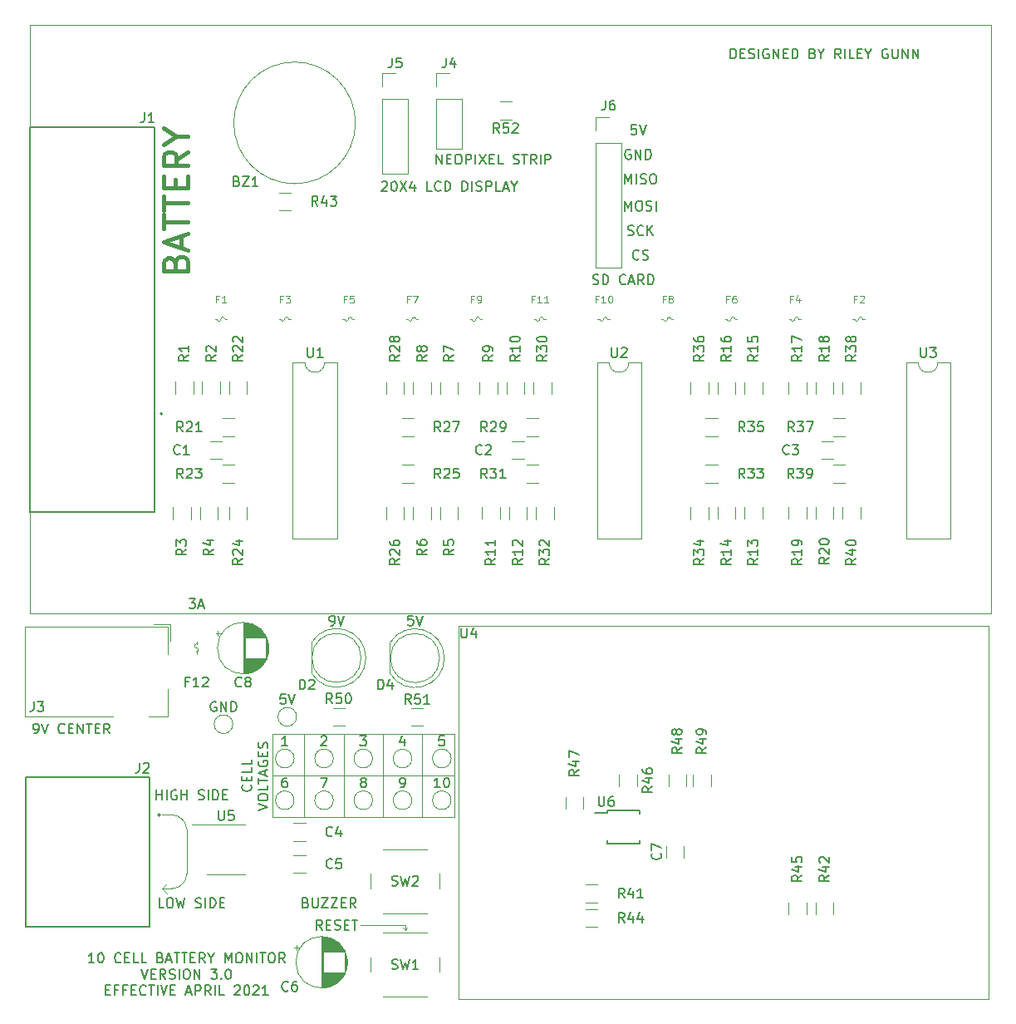
<source format=gbr>
G04 #@! TF.GenerationSoftware,KiCad,Pcbnew,(5.1.6)-1*
G04 #@! TF.CreationDate,2021-05-10T16:45:54-07:00*
G04 #@! TF.ProjectId,NiCd Battery Tester PCB Rev 3,4e694364-2042-4617-9474-657279205465,V2*
G04 #@! TF.SameCoordinates,Original*
G04 #@! TF.FileFunction,Legend,Top*
G04 #@! TF.FilePolarity,Positive*
%FSLAX46Y46*%
G04 Gerber Fmt 4.6, Leading zero omitted, Abs format (unit mm)*
G04 Created by KiCad (PCBNEW (5.1.6)-1) date 2021-05-10 16:45:54*
%MOMM*%
%LPD*%
G01*
G04 APERTURE LIST*
%ADD10C,0.150000*%
%ADD11C,0.120000*%
%ADD12C,0.400000*%
%ADD13C,0.127000*%
%ADD14C,0.200000*%
%ADD15C,0.125000*%
G04 APERTURE END LIST*
D10*
X100238095Y-114452380D02*
X100857142Y-114452380D01*
X100523809Y-114833333D01*
X100666666Y-114833333D01*
X100761904Y-114880952D01*
X100809523Y-114928571D01*
X100857142Y-115023809D01*
X100857142Y-115261904D01*
X100809523Y-115357142D01*
X100761904Y-115404761D01*
X100666666Y-115452380D01*
X100380952Y-115452380D01*
X100285714Y-115404761D01*
X100238095Y-115357142D01*
X101238095Y-115166666D02*
X101714285Y-115166666D01*
X101142857Y-115452380D02*
X101476190Y-114452380D01*
X101809523Y-115452380D01*
X155428571Y-59452380D02*
X155428571Y-58452380D01*
X155666666Y-58452380D01*
X155809523Y-58500000D01*
X155904761Y-58595238D01*
X155952380Y-58690476D01*
X156000000Y-58880952D01*
X156000000Y-59023809D01*
X155952380Y-59214285D01*
X155904761Y-59309523D01*
X155809523Y-59404761D01*
X155666666Y-59452380D01*
X155428571Y-59452380D01*
X156428571Y-58928571D02*
X156761904Y-58928571D01*
X156904761Y-59452380D02*
X156428571Y-59452380D01*
X156428571Y-58452380D01*
X156904761Y-58452380D01*
X157285714Y-59404761D02*
X157428571Y-59452380D01*
X157666666Y-59452380D01*
X157761904Y-59404761D01*
X157809523Y-59357142D01*
X157857142Y-59261904D01*
X157857142Y-59166666D01*
X157809523Y-59071428D01*
X157761904Y-59023809D01*
X157666666Y-58976190D01*
X157476190Y-58928571D01*
X157380952Y-58880952D01*
X157333333Y-58833333D01*
X157285714Y-58738095D01*
X157285714Y-58642857D01*
X157333333Y-58547619D01*
X157380952Y-58500000D01*
X157476190Y-58452380D01*
X157714285Y-58452380D01*
X157857142Y-58500000D01*
X158285714Y-59452380D02*
X158285714Y-58452380D01*
X159285714Y-58500000D02*
X159190476Y-58452380D01*
X159047619Y-58452380D01*
X158904761Y-58500000D01*
X158809523Y-58595238D01*
X158761904Y-58690476D01*
X158714285Y-58880952D01*
X158714285Y-59023809D01*
X158761904Y-59214285D01*
X158809523Y-59309523D01*
X158904761Y-59404761D01*
X159047619Y-59452380D01*
X159142857Y-59452380D01*
X159285714Y-59404761D01*
X159333333Y-59357142D01*
X159333333Y-59023809D01*
X159142857Y-59023809D01*
X159761904Y-59452380D02*
X159761904Y-58452380D01*
X160333333Y-59452380D01*
X160333333Y-58452380D01*
X160809523Y-58928571D02*
X161142857Y-58928571D01*
X161285714Y-59452380D02*
X160809523Y-59452380D01*
X160809523Y-58452380D01*
X161285714Y-58452380D01*
X161714285Y-59452380D02*
X161714285Y-58452380D01*
X161952380Y-58452380D01*
X162095238Y-58500000D01*
X162190476Y-58595238D01*
X162238095Y-58690476D01*
X162285714Y-58880952D01*
X162285714Y-59023809D01*
X162238095Y-59214285D01*
X162190476Y-59309523D01*
X162095238Y-59404761D01*
X161952380Y-59452380D01*
X161714285Y-59452380D01*
X163809523Y-58928571D02*
X163952380Y-58976190D01*
X164000000Y-59023809D01*
X164047619Y-59119047D01*
X164047619Y-59261904D01*
X164000000Y-59357142D01*
X163952380Y-59404761D01*
X163857142Y-59452380D01*
X163476190Y-59452380D01*
X163476190Y-58452380D01*
X163809523Y-58452380D01*
X163904761Y-58500000D01*
X163952380Y-58547619D01*
X164000000Y-58642857D01*
X164000000Y-58738095D01*
X163952380Y-58833333D01*
X163904761Y-58880952D01*
X163809523Y-58928571D01*
X163476190Y-58928571D01*
X164666666Y-58976190D02*
X164666666Y-59452380D01*
X164333333Y-58452380D02*
X164666666Y-58976190D01*
X165000000Y-58452380D01*
X166666666Y-59452380D02*
X166333333Y-58976190D01*
X166095238Y-59452380D02*
X166095238Y-58452380D01*
X166476190Y-58452380D01*
X166571428Y-58500000D01*
X166619047Y-58547619D01*
X166666666Y-58642857D01*
X166666666Y-58785714D01*
X166619047Y-58880952D01*
X166571428Y-58928571D01*
X166476190Y-58976190D01*
X166095238Y-58976190D01*
X167095238Y-59452380D02*
X167095238Y-58452380D01*
X168047619Y-59452380D02*
X167571428Y-59452380D01*
X167571428Y-58452380D01*
X168380952Y-58928571D02*
X168714285Y-58928571D01*
X168857142Y-59452380D02*
X168380952Y-59452380D01*
X168380952Y-58452380D01*
X168857142Y-58452380D01*
X169476190Y-58976190D02*
X169476190Y-59452380D01*
X169142857Y-58452380D02*
X169476190Y-58976190D01*
X169809523Y-58452380D01*
X171428571Y-58500000D02*
X171333333Y-58452380D01*
X171190476Y-58452380D01*
X171047619Y-58500000D01*
X170952380Y-58595238D01*
X170904761Y-58690476D01*
X170857142Y-58880952D01*
X170857142Y-59023809D01*
X170904761Y-59214285D01*
X170952380Y-59309523D01*
X171047619Y-59404761D01*
X171190476Y-59452380D01*
X171285714Y-59452380D01*
X171428571Y-59404761D01*
X171476190Y-59357142D01*
X171476190Y-59023809D01*
X171285714Y-59023809D01*
X171904761Y-58452380D02*
X171904761Y-59261904D01*
X171952380Y-59357142D01*
X172000000Y-59404761D01*
X172095238Y-59452380D01*
X172285714Y-59452380D01*
X172380952Y-59404761D01*
X172428571Y-59357142D01*
X172476190Y-59261904D01*
X172476190Y-58452380D01*
X172952380Y-59452380D02*
X172952380Y-58452380D01*
X173523809Y-59452380D01*
X173523809Y-58452380D01*
X174000000Y-59452380D02*
X174000000Y-58452380D01*
X174571428Y-59452380D01*
X174571428Y-58452380D01*
X110059523Y-124202380D02*
X109583333Y-124202380D01*
X109535714Y-124678571D01*
X109583333Y-124630952D01*
X109678571Y-124583333D01*
X109916666Y-124583333D01*
X110011904Y-124630952D01*
X110059523Y-124678571D01*
X110107142Y-124773809D01*
X110107142Y-125011904D01*
X110059523Y-125107142D01*
X110011904Y-125154761D01*
X109916666Y-125202380D01*
X109678571Y-125202380D01*
X109583333Y-125154761D01*
X109535714Y-125107142D01*
X110392857Y-124202380D02*
X110726190Y-125202380D01*
X111059523Y-124202380D01*
X106532142Y-133452380D02*
X106579761Y-133500000D01*
X106627380Y-133642857D01*
X106627380Y-133738095D01*
X106579761Y-133880952D01*
X106484523Y-133976190D01*
X106389285Y-134023809D01*
X106198809Y-134071428D01*
X106055952Y-134071428D01*
X105865476Y-134023809D01*
X105770238Y-133976190D01*
X105675000Y-133880952D01*
X105627380Y-133738095D01*
X105627380Y-133642857D01*
X105675000Y-133500000D01*
X105722619Y-133452380D01*
X106103571Y-133023809D02*
X106103571Y-132690476D01*
X106627380Y-132547619D02*
X106627380Y-133023809D01*
X105627380Y-133023809D01*
X105627380Y-132547619D01*
X106627380Y-131642857D02*
X106627380Y-132119047D01*
X105627380Y-132119047D01*
X106627380Y-130833333D02*
X106627380Y-131309523D01*
X105627380Y-131309523D01*
X107277380Y-136000000D02*
X108277380Y-135666666D01*
X107277380Y-135333333D01*
X107277380Y-134809523D02*
X107277380Y-134619047D01*
X107325000Y-134523809D01*
X107420238Y-134428571D01*
X107610714Y-134380952D01*
X107944047Y-134380952D01*
X108134523Y-134428571D01*
X108229761Y-134523809D01*
X108277380Y-134619047D01*
X108277380Y-134809523D01*
X108229761Y-134904761D01*
X108134523Y-135000000D01*
X107944047Y-135047619D01*
X107610714Y-135047619D01*
X107420238Y-135000000D01*
X107325000Y-134904761D01*
X107277380Y-134809523D01*
X108277380Y-133476190D02*
X108277380Y-133952380D01*
X107277380Y-133952380D01*
X107277380Y-133285714D02*
X107277380Y-132714285D01*
X108277380Y-133000000D02*
X107277380Y-133000000D01*
X107991666Y-132428571D02*
X107991666Y-131952380D01*
X108277380Y-132523809D02*
X107277380Y-132190476D01*
X108277380Y-131857142D01*
X107325000Y-131000000D02*
X107277380Y-131095238D01*
X107277380Y-131238095D01*
X107325000Y-131380952D01*
X107420238Y-131476190D01*
X107515476Y-131523809D01*
X107705952Y-131571428D01*
X107848809Y-131571428D01*
X108039285Y-131523809D01*
X108134523Y-131476190D01*
X108229761Y-131380952D01*
X108277380Y-131238095D01*
X108277380Y-131142857D01*
X108229761Y-131000000D01*
X108182142Y-130952380D01*
X107848809Y-130952380D01*
X107848809Y-131142857D01*
X107753571Y-130523809D02*
X107753571Y-130190476D01*
X108277380Y-130047619D02*
X108277380Y-130523809D01*
X107277380Y-130523809D01*
X107277380Y-130047619D01*
X108229761Y-129666666D02*
X108277380Y-129523809D01*
X108277380Y-129285714D01*
X108229761Y-129190476D01*
X108182142Y-129142857D01*
X108086904Y-129095238D01*
X107991666Y-129095238D01*
X107896428Y-129142857D01*
X107848809Y-129190476D01*
X107801190Y-129285714D01*
X107753571Y-129476190D01*
X107705952Y-129571428D01*
X107658333Y-129619047D01*
X107563095Y-129666666D01*
X107467857Y-129666666D01*
X107372619Y-129619047D01*
X107325000Y-129571428D01*
X107277380Y-129476190D01*
X107277380Y-129238095D01*
X107325000Y-129095238D01*
D11*
X124000000Y-128250000D02*
X124000000Y-136750000D01*
X120000000Y-136750000D02*
X120000000Y-128250000D01*
X116000000Y-128250000D02*
X116000000Y-136750000D01*
X112000000Y-128250000D02*
X112000000Y-136750000D01*
X108750000Y-132500000D02*
X127250000Y-132500000D01*
X108750000Y-136750000D02*
X108750000Y-128250000D01*
X127250000Y-136750000D02*
X108750000Y-136750000D01*
X127250000Y-128250000D02*
X127250000Y-136750000D01*
X108750000Y-128250000D02*
X127250000Y-128250000D01*
D10*
X102988095Y-125000000D02*
X102892857Y-124952380D01*
X102750000Y-124952380D01*
X102607142Y-125000000D01*
X102511904Y-125095238D01*
X102464285Y-125190476D01*
X102416666Y-125380952D01*
X102416666Y-125523809D01*
X102464285Y-125714285D01*
X102511904Y-125809523D01*
X102607142Y-125904761D01*
X102750000Y-125952380D01*
X102845238Y-125952380D01*
X102988095Y-125904761D01*
X103035714Y-125857142D01*
X103035714Y-125523809D01*
X102845238Y-125523809D01*
X103464285Y-125952380D02*
X103464285Y-124952380D01*
X104035714Y-125952380D01*
X104035714Y-124952380D01*
X104511904Y-125952380D02*
X104511904Y-124952380D01*
X104750000Y-124952380D01*
X104892857Y-125000000D01*
X104988095Y-125095238D01*
X105035714Y-125190476D01*
X105083333Y-125380952D01*
X105083333Y-125523809D01*
X105035714Y-125714285D01*
X104988095Y-125809523D01*
X104892857Y-125904761D01*
X104750000Y-125952380D01*
X104511904Y-125952380D01*
X125809523Y-133702380D02*
X125238095Y-133702380D01*
X125523809Y-133702380D02*
X125523809Y-132702380D01*
X125428571Y-132845238D01*
X125333333Y-132940476D01*
X125238095Y-132988095D01*
X126428571Y-132702380D02*
X126523809Y-132702380D01*
X126619047Y-132750000D01*
X126666666Y-132797619D01*
X126714285Y-132892857D01*
X126761904Y-133083333D01*
X126761904Y-133321428D01*
X126714285Y-133511904D01*
X126666666Y-133607142D01*
X126619047Y-133654761D01*
X126523809Y-133702380D01*
X126428571Y-133702380D01*
X126333333Y-133654761D01*
X126285714Y-133607142D01*
X126238095Y-133511904D01*
X126190476Y-133321428D01*
X126190476Y-133083333D01*
X126238095Y-132892857D01*
X126285714Y-132797619D01*
X126333333Y-132750000D01*
X126428571Y-132702380D01*
X121809523Y-133702380D02*
X122000000Y-133702380D01*
X122095238Y-133654761D01*
X122142857Y-133607142D01*
X122238095Y-133464285D01*
X122285714Y-133273809D01*
X122285714Y-132892857D01*
X122238095Y-132797619D01*
X122190476Y-132750000D01*
X122095238Y-132702380D01*
X121904761Y-132702380D01*
X121809523Y-132750000D01*
X121761904Y-132797619D01*
X121714285Y-132892857D01*
X121714285Y-133130952D01*
X121761904Y-133226190D01*
X121809523Y-133273809D01*
X121904761Y-133321428D01*
X122095238Y-133321428D01*
X122190476Y-133273809D01*
X122238095Y-133226190D01*
X122285714Y-133130952D01*
X117904761Y-133130952D02*
X117809523Y-133083333D01*
X117761904Y-133035714D01*
X117714285Y-132940476D01*
X117714285Y-132892857D01*
X117761904Y-132797619D01*
X117809523Y-132750000D01*
X117904761Y-132702380D01*
X118095238Y-132702380D01*
X118190476Y-132750000D01*
X118238095Y-132797619D01*
X118285714Y-132892857D01*
X118285714Y-132940476D01*
X118238095Y-133035714D01*
X118190476Y-133083333D01*
X118095238Y-133130952D01*
X117904761Y-133130952D01*
X117809523Y-133178571D01*
X117761904Y-133226190D01*
X117714285Y-133321428D01*
X117714285Y-133511904D01*
X117761904Y-133607142D01*
X117809523Y-133654761D01*
X117904761Y-133702380D01*
X118095238Y-133702380D01*
X118190476Y-133654761D01*
X118238095Y-133607142D01*
X118285714Y-133511904D01*
X118285714Y-133321428D01*
X118238095Y-133226190D01*
X118190476Y-133178571D01*
X118095238Y-133130952D01*
X113666666Y-132702380D02*
X114333333Y-132702380D01*
X113904761Y-133702380D01*
X110190476Y-132702380D02*
X110000000Y-132702380D01*
X109904761Y-132750000D01*
X109857142Y-132797619D01*
X109761904Y-132940476D01*
X109714285Y-133130952D01*
X109714285Y-133511904D01*
X109761904Y-133607142D01*
X109809523Y-133654761D01*
X109904761Y-133702380D01*
X110095238Y-133702380D01*
X110190476Y-133654761D01*
X110238095Y-133607142D01*
X110285714Y-133511904D01*
X110285714Y-133273809D01*
X110238095Y-133178571D01*
X110190476Y-133130952D01*
X110095238Y-133083333D01*
X109904761Y-133083333D01*
X109809523Y-133130952D01*
X109761904Y-133178571D01*
X109714285Y-133273809D01*
X126238095Y-128452380D02*
X125761904Y-128452380D01*
X125714285Y-128928571D01*
X125761904Y-128880952D01*
X125857142Y-128833333D01*
X126095238Y-128833333D01*
X126190476Y-128880952D01*
X126238095Y-128928571D01*
X126285714Y-129023809D01*
X126285714Y-129261904D01*
X126238095Y-129357142D01*
X126190476Y-129404761D01*
X126095238Y-129452380D01*
X125857142Y-129452380D01*
X125761904Y-129404761D01*
X125714285Y-129357142D01*
X122190476Y-128785714D02*
X122190476Y-129452380D01*
X121952380Y-128404761D02*
X121714285Y-129119047D01*
X122333333Y-129119047D01*
X117666666Y-128452380D02*
X118285714Y-128452380D01*
X117952380Y-128833333D01*
X118095238Y-128833333D01*
X118190476Y-128880952D01*
X118238095Y-128928571D01*
X118285714Y-129023809D01*
X118285714Y-129261904D01*
X118238095Y-129357142D01*
X118190476Y-129404761D01*
X118095238Y-129452380D01*
X117809523Y-129452380D01*
X117714285Y-129404761D01*
X117666666Y-129357142D01*
X113714285Y-128547619D02*
X113761904Y-128500000D01*
X113857142Y-128452380D01*
X114095238Y-128452380D01*
X114190476Y-128500000D01*
X114238095Y-128547619D01*
X114285714Y-128642857D01*
X114285714Y-128738095D01*
X114238095Y-128880952D01*
X113666666Y-129452380D01*
X114285714Y-129452380D01*
X110285714Y-129452380D02*
X109714285Y-129452380D01*
X110000000Y-129452380D02*
X110000000Y-128452380D01*
X109904761Y-128595238D01*
X109809523Y-128690476D01*
X109714285Y-128738095D01*
X146083333Y-79857142D02*
X146035714Y-79904761D01*
X145892857Y-79952380D01*
X145797619Y-79952380D01*
X145654761Y-79904761D01*
X145559523Y-79809523D01*
X145511904Y-79714285D01*
X145464285Y-79523809D01*
X145464285Y-79380952D01*
X145511904Y-79190476D01*
X145559523Y-79095238D01*
X145654761Y-79000000D01*
X145797619Y-78952380D01*
X145892857Y-78952380D01*
X146035714Y-79000000D01*
X146083333Y-79047619D01*
X146464285Y-79904761D02*
X146607142Y-79952380D01*
X146845238Y-79952380D01*
X146940476Y-79904761D01*
X146988095Y-79857142D01*
X147035714Y-79761904D01*
X147035714Y-79666666D01*
X146988095Y-79571428D01*
X146940476Y-79523809D01*
X146845238Y-79476190D01*
X146654761Y-79428571D01*
X146559523Y-79380952D01*
X146511904Y-79333333D01*
X146464285Y-79238095D01*
X146464285Y-79142857D01*
X146511904Y-79047619D01*
X146559523Y-79000000D01*
X146654761Y-78952380D01*
X146892857Y-78952380D01*
X147035714Y-79000000D01*
X144964285Y-77404761D02*
X145107142Y-77452380D01*
X145345238Y-77452380D01*
X145440476Y-77404761D01*
X145488095Y-77357142D01*
X145535714Y-77261904D01*
X145535714Y-77166666D01*
X145488095Y-77071428D01*
X145440476Y-77023809D01*
X145345238Y-76976190D01*
X145154761Y-76928571D01*
X145059523Y-76880952D01*
X145011904Y-76833333D01*
X144964285Y-76738095D01*
X144964285Y-76642857D01*
X145011904Y-76547619D01*
X145059523Y-76500000D01*
X145154761Y-76452380D01*
X145392857Y-76452380D01*
X145535714Y-76500000D01*
X146535714Y-77357142D02*
X146488095Y-77404761D01*
X146345238Y-77452380D01*
X146250000Y-77452380D01*
X146107142Y-77404761D01*
X146011904Y-77309523D01*
X145964285Y-77214285D01*
X145916666Y-77023809D01*
X145916666Y-76880952D01*
X145964285Y-76690476D01*
X146011904Y-76595238D01*
X146107142Y-76500000D01*
X146250000Y-76452380D01*
X146345238Y-76452380D01*
X146488095Y-76500000D01*
X146535714Y-76547619D01*
X146964285Y-77452380D02*
X146964285Y-76452380D01*
X147535714Y-77452380D02*
X147107142Y-76880952D01*
X147535714Y-76452380D02*
X146964285Y-77023809D01*
X144678571Y-74952380D02*
X144678571Y-73952380D01*
X145011904Y-74666666D01*
X145345238Y-73952380D01*
X145345238Y-74952380D01*
X146011904Y-73952380D02*
X146202380Y-73952380D01*
X146297619Y-74000000D01*
X146392857Y-74095238D01*
X146440476Y-74285714D01*
X146440476Y-74619047D01*
X146392857Y-74809523D01*
X146297619Y-74904761D01*
X146202380Y-74952380D01*
X146011904Y-74952380D01*
X145916666Y-74904761D01*
X145821428Y-74809523D01*
X145773809Y-74619047D01*
X145773809Y-74285714D01*
X145821428Y-74095238D01*
X145916666Y-74000000D01*
X146011904Y-73952380D01*
X146821428Y-74904761D02*
X146964285Y-74952380D01*
X147202380Y-74952380D01*
X147297619Y-74904761D01*
X147345238Y-74857142D01*
X147392857Y-74761904D01*
X147392857Y-74666666D01*
X147345238Y-74571428D01*
X147297619Y-74523809D01*
X147202380Y-74476190D01*
X147011904Y-74428571D01*
X146916666Y-74380952D01*
X146869047Y-74333333D01*
X146821428Y-74238095D01*
X146821428Y-74142857D01*
X146869047Y-74047619D01*
X146916666Y-74000000D01*
X147011904Y-73952380D01*
X147250000Y-73952380D01*
X147392857Y-74000000D01*
X147821428Y-74952380D02*
X147821428Y-73952380D01*
X144678571Y-72202380D02*
X144678571Y-71202380D01*
X145011904Y-71916666D01*
X145345238Y-71202380D01*
X145345238Y-72202380D01*
X145821428Y-72202380D02*
X145821428Y-71202380D01*
X146250000Y-72154761D02*
X146392857Y-72202380D01*
X146630952Y-72202380D01*
X146726190Y-72154761D01*
X146773809Y-72107142D01*
X146821428Y-72011904D01*
X146821428Y-71916666D01*
X146773809Y-71821428D01*
X146726190Y-71773809D01*
X146630952Y-71726190D01*
X146440476Y-71678571D01*
X146345238Y-71630952D01*
X146297619Y-71583333D01*
X146250000Y-71488095D01*
X146250000Y-71392857D01*
X146297619Y-71297619D01*
X146345238Y-71250000D01*
X146440476Y-71202380D01*
X146678571Y-71202380D01*
X146821428Y-71250000D01*
X147440476Y-71202380D02*
X147630952Y-71202380D01*
X147726190Y-71250000D01*
X147821428Y-71345238D01*
X147869047Y-71535714D01*
X147869047Y-71869047D01*
X147821428Y-72059523D01*
X147726190Y-72154761D01*
X147630952Y-72202380D01*
X147440476Y-72202380D01*
X147345238Y-72154761D01*
X147250000Y-72059523D01*
X147202380Y-71869047D01*
X147202380Y-71535714D01*
X147250000Y-71345238D01*
X147345238Y-71250000D01*
X147440476Y-71202380D01*
X145238095Y-68750000D02*
X145142857Y-68702380D01*
X145000000Y-68702380D01*
X144857142Y-68750000D01*
X144761904Y-68845238D01*
X144714285Y-68940476D01*
X144666666Y-69130952D01*
X144666666Y-69273809D01*
X144714285Y-69464285D01*
X144761904Y-69559523D01*
X144857142Y-69654761D01*
X145000000Y-69702380D01*
X145095238Y-69702380D01*
X145238095Y-69654761D01*
X145285714Y-69607142D01*
X145285714Y-69273809D01*
X145095238Y-69273809D01*
X145714285Y-69702380D02*
X145714285Y-68702380D01*
X146285714Y-69702380D01*
X146285714Y-68702380D01*
X146761904Y-69702380D02*
X146761904Y-68702380D01*
X147000000Y-68702380D01*
X147142857Y-68750000D01*
X147238095Y-68845238D01*
X147285714Y-68940476D01*
X147333333Y-69130952D01*
X147333333Y-69273809D01*
X147285714Y-69464285D01*
X147238095Y-69559523D01*
X147142857Y-69654761D01*
X147000000Y-69702380D01*
X146761904Y-69702380D01*
X145809523Y-66202380D02*
X145333333Y-66202380D01*
X145285714Y-66678571D01*
X145333333Y-66630952D01*
X145428571Y-66583333D01*
X145666666Y-66583333D01*
X145761904Y-66630952D01*
X145809523Y-66678571D01*
X145857142Y-66773809D01*
X145857142Y-67011904D01*
X145809523Y-67107142D01*
X145761904Y-67154761D01*
X145666666Y-67202380D01*
X145428571Y-67202380D01*
X145333333Y-67154761D01*
X145285714Y-67107142D01*
X146142857Y-66202380D02*
X146476190Y-67202380D01*
X146809523Y-66202380D01*
X141404761Y-82404761D02*
X141547619Y-82452380D01*
X141785714Y-82452380D01*
X141880952Y-82404761D01*
X141928571Y-82357142D01*
X141976190Y-82261904D01*
X141976190Y-82166666D01*
X141928571Y-82071428D01*
X141880952Y-82023809D01*
X141785714Y-81976190D01*
X141595238Y-81928571D01*
X141500000Y-81880952D01*
X141452380Y-81833333D01*
X141404761Y-81738095D01*
X141404761Y-81642857D01*
X141452380Y-81547619D01*
X141500000Y-81500000D01*
X141595238Y-81452380D01*
X141833333Y-81452380D01*
X141976190Y-81500000D01*
X142404761Y-82452380D02*
X142404761Y-81452380D01*
X142642857Y-81452380D01*
X142785714Y-81500000D01*
X142880952Y-81595238D01*
X142928571Y-81690476D01*
X142976190Y-81880952D01*
X142976190Y-82023809D01*
X142928571Y-82214285D01*
X142880952Y-82309523D01*
X142785714Y-82404761D01*
X142642857Y-82452380D01*
X142404761Y-82452380D01*
X144738095Y-82357142D02*
X144690476Y-82404761D01*
X144547619Y-82452380D01*
X144452380Y-82452380D01*
X144309523Y-82404761D01*
X144214285Y-82309523D01*
X144166666Y-82214285D01*
X144119047Y-82023809D01*
X144119047Y-81880952D01*
X144166666Y-81690476D01*
X144214285Y-81595238D01*
X144309523Y-81500000D01*
X144452380Y-81452380D01*
X144547619Y-81452380D01*
X144690476Y-81500000D01*
X144738095Y-81547619D01*
X145119047Y-82166666D02*
X145595238Y-82166666D01*
X145023809Y-82452380D02*
X145357142Y-81452380D01*
X145690476Y-82452380D01*
X146595238Y-82452380D02*
X146261904Y-81976190D01*
X146023809Y-82452380D02*
X146023809Y-81452380D01*
X146404761Y-81452380D01*
X146500000Y-81500000D01*
X146547619Y-81547619D01*
X146595238Y-81642857D01*
X146595238Y-81785714D01*
X146547619Y-81880952D01*
X146500000Y-81928571D01*
X146404761Y-81976190D01*
X146023809Y-81976190D01*
X147023809Y-82452380D02*
X147023809Y-81452380D01*
X147261904Y-81452380D01*
X147404761Y-81500000D01*
X147500000Y-81595238D01*
X147547619Y-81690476D01*
X147595238Y-81880952D01*
X147595238Y-82023809D01*
X147547619Y-82214285D01*
X147500000Y-82309523D01*
X147404761Y-82404761D01*
X147261904Y-82452380D01*
X147023809Y-82452380D01*
X125440476Y-70202380D02*
X125440476Y-69202380D01*
X126011904Y-70202380D01*
X126011904Y-69202380D01*
X126488095Y-69678571D02*
X126821428Y-69678571D01*
X126964285Y-70202380D02*
X126488095Y-70202380D01*
X126488095Y-69202380D01*
X126964285Y-69202380D01*
X127583333Y-69202380D02*
X127773809Y-69202380D01*
X127869047Y-69250000D01*
X127964285Y-69345238D01*
X128011904Y-69535714D01*
X128011904Y-69869047D01*
X127964285Y-70059523D01*
X127869047Y-70154761D01*
X127773809Y-70202380D01*
X127583333Y-70202380D01*
X127488095Y-70154761D01*
X127392857Y-70059523D01*
X127345238Y-69869047D01*
X127345238Y-69535714D01*
X127392857Y-69345238D01*
X127488095Y-69250000D01*
X127583333Y-69202380D01*
X128440476Y-70202380D02*
X128440476Y-69202380D01*
X128821428Y-69202380D01*
X128916666Y-69250000D01*
X128964285Y-69297619D01*
X129011904Y-69392857D01*
X129011904Y-69535714D01*
X128964285Y-69630952D01*
X128916666Y-69678571D01*
X128821428Y-69726190D01*
X128440476Y-69726190D01*
X129440476Y-70202380D02*
X129440476Y-69202380D01*
X129821428Y-69202380D02*
X130488095Y-70202380D01*
X130488095Y-69202380D02*
X129821428Y-70202380D01*
X130869047Y-69678571D02*
X131202380Y-69678571D01*
X131345238Y-70202380D02*
X130869047Y-70202380D01*
X130869047Y-69202380D01*
X131345238Y-69202380D01*
X132250000Y-70202380D02*
X131773809Y-70202380D01*
X131773809Y-69202380D01*
X133297619Y-70154761D02*
X133440476Y-70202380D01*
X133678571Y-70202380D01*
X133773809Y-70154761D01*
X133821428Y-70107142D01*
X133869047Y-70011904D01*
X133869047Y-69916666D01*
X133821428Y-69821428D01*
X133773809Y-69773809D01*
X133678571Y-69726190D01*
X133488095Y-69678571D01*
X133392857Y-69630952D01*
X133345238Y-69583333D01*
X133297619Y-69488095D01*
X133297619Y-69392857D01*
X133345238Y-69297619D01*
X133392857Y-69250000D01*
X133488095Y-69202380D01*
X133726190Y-69202380D01*
X133869047Y-69250000D01*
X134154761Y-69202380D02*
X134726190Y-69202380D01*
X134440476Y-70202380D02*
X134440476Y-69202380D01*
X135630952Y-70202380D02*
X135297619Y-69726190D01*
X135059523Y-70202380D02*
X135059523Y-69202380D01*
X135440476Y-69202380D01*
X135535714Y-69250000D01*
X135583333Y-69297619D01*
X135630952Y-69392857D01*
X135630952Y-69535714D01*
X135583333Y-69630952D01*
X135535714Y-69678571D01*
X135440476Y-69726190D01*
X135059523Y-69726190D01*
X136059523Y-70202380D02*
X136059523Y-69202380D01*
X136535714Y-70202380D02*
X136535714Y-69202380D01*
X136916666Y-69202380D01*
X137011904Y-69250000D01*
X137059523Y-69297619D01*
X137107142Y-69392857D01*
X137107142Y-69535714D01*
X137059523Y-69630952D01*
X137011904Y-69678571D01*
X136916666Y-69726190D01*
X136535714Y-69726190D01*
X119892857Y-72047619D02*
X119940476Y-72000000D01*
X120035714Y-71952380D01*
X120273809Y-71952380D01*
X120369047Y-72000000D01*
X120416666Y-72047619D01*
X120464285Y-72142857D01*
X120464285Y-72238095D01*
X120416666Y-72380952D01*
X119845238Y-72952380D01*
X120464285Y-72952380D01*
X121083333Y-71952380D02*
X121178571Y-71952380D01*
X121273809Y-72000000D01*
X121321428Y-72047619D01*
X121369047Y-72142857D01*
X121416666Y-72333333D01*
X121416666Y-72571428D01*
X121369047Y-72761904D01*
X121321428Y-72857142D01*
X121273809Y-72904761D01*
X121178571Y-72952380D01*
X121083333Y-72952380D01*
X120988095Y-72904761D01*
X120940476Y-72857142D01*
X120892857Y-72761904D01*
X120845238Y-72571428D01*
X120845238Y-72333333D01*
X120892857Y-72142857D01*
X120940476Y-72047619D01*
X120988095Y-72000000D01*
X121083333Y-71952380D01*
X121750000Y-71952380D02*
X122416666Y-72952380D01*
X122416666Y-71952380D02*
X121750000Y-72952380D01*
X123226190Y-72285714D02*
X123226190Y-72952380D01*
X122988095Y-71904761D02*
X122750000Y-72619047D01*
X123369047Y-72619047D01*
X124988095Y-72952380D02*
X124511904Y-72952380D01*
X124511904Y-71952380D01*
X125892857Y-72857142D02*
X125845238Y-72904761D01*
X125702380Y-72952380D01*
X125607142Y-72952380D01*
X125464285Y-72904761D01*
X125369047Y-72809523D01*
X125321428Y-72714285D01*
X125273809Y-72523809D01*
X125273809Y-72380952D01*
X125321428Y-72190476D01*
X125369047Y-72095238D01*
X125464285Y-72000000D01*
X125607142Y-71952380D01*
X125702380Y-71952380D01*
X125845238Y-72000000D01*
X125892857Y-72047619D01*
X126321428Y-72952380D02*
X126321428Y-71952380D01*
X126559523Y-71952380D01*
X126702380Y-72000000D01*
X126797619Y-72095238D01*
X126845238Y-72190476D01*
X126892857Y-72380952D01*
X126892857Y-72523809D01*
X126845238Y-72714285D01*
X126797619Y-72809523D01*
X126702380Y-72904761D01*
X126559523Y-72952380D01*
X126321428Y-72952380D01*
X128083333Y-72952380D02*
X128083333Y-71952380D01*
X128321428Y-71952380D01*
X128464285Y-72000000D01*
X128559523Y-72095238D01*
X128607142Y-72190476D01*
X128654761Y-72380952D01*
X128654761Y-72523809D01*
X128607142Y-72714285D01*
X128559523Y-72809523D01*
X128464285Y-72904761D01*
X128321428Y-72952380D01*
X128083333Y-72952380D01*
X129083333Y-72952380D02*
X129083333Y-71952380D01*
X129511904Y-72904761D02*
X129654761Y-72952380D01*
X129892857Y-72952380D01*
X129988095Y-72904761D01*
X130035714Y-72857142D01*
X130083333Y-72761904D01*
X130083333Y-72666666D01*
X130035714Y-72571428D01*
X129988095Y-72523809D01*
X129892857Y-72476190D01*
X129702380Y-72428571D01*
X129607142Y-72380952D01*
X129559523Y-72333333D01*
X129511904Y-72238095D01*
X129511904Y-72142857D01*
X129559523Y-72047619D01*
X129607142Y-72000000D01*
X129702380Y-71952380D01*
X129940476Y-71952380D01*
X130083333Y-72000000D01*
X130511904Y-72952380D02*
X130511904Y-71952380D01*
X130892857Y-71952380D01*
X130988095Y-72000000D01*
X131035714Y-72047619D01*
X131083333Y-72142857D01*
X131083333Y-72285714D01*
X131035714Y-72380952D01*
X130988095Y-72428571D01*
X130892857Y-72476190D01*
X130511904Y-72476190D01*
X131988095Y-72952380D02*
X131511904Y-72952380D01*
X131511904Y-71952380D01*
X132273809Y-72666666D02*
X132750000Y-72666666D01*
X132178571Y-72952380D02*
X132511904Y-71952380D01*
X132845238Y-72952380D01*
X133369047Y-72476190D02*
X133369047Y-72952380D01*
X133035714Y-71952380D02*
X133369047Y-72476190D01*
X133702380Y-71952380D01*
X123059523Y-116202380D02*
X122583333Y-116202380D01*
X122535714Y-116678571D01*
X122583333Y-116630952D01*
X122678571Y-116583333D01*
X122916666Y-116583333D01*
X123011904Y-116630952D01*
X123059523Y-116678571D01*
X123107142Y-116773809D01*
X123107142Y-117011904D01*
X123059523Y-117107142D01*
X123011904Y-117154761D01*
X122916666Y-117202380D01*
X122678571Y-117202380D01*
X122583333Y-117154761D01*
X122535714Y-117107142D01*
X123392857Y-116202380D02*
X123726190Y-117202380D01*
X124059523Y-116202380D01*
X114630952Y-117202380D02*
X114821428Y-117202380D01*
X114916666Y-117154761D01*
X114964285Y-117107142D01*
X115059523Y-116964285D01*
X115107142Y-116773809D01*
X115107142Y-116392857D01*
X115059523Y-116297619D01*
X115011904Y-116250000D01*
X114916666Y-116202380D01*
X114726190Y-116202380D01*
X114630952Y-116250000D01*
X114583333Y-116297619D01*
X114535714Y-116392857D01*
X114535714Y-116630952D01*
X114583333Y-116726190D01*
X114630952Y-116773809D01*
X114726190Y-116821428D01*
X114916666Y-116821428D01*
X115011904Y-116773809D01*
X115059523Y-116726190D01*
X115107142Y-116630952D01*
X115392857Y-116202380D02*
X115726190Y-117202380D01*
X116059523Y-116202380D01*
D11*
X122250000Y-148250000D02*
X122500000Y-148000000D01*
X122250000Y-148250000D02*
X122000000Y-148000000D01*
X122250000Y-147750000D02*
X122250000Y-148250000D01*
X117750000Y-147750000D02*
X122250000Y-147750000D01*
D10*
X112142857Y-145428571D02*
X112285714Y-145476190D01*
X112333333Y-145523809D01*
X112380952Y-145619047D01*
X112380952Y-145761904D01*
X112333333Y-145857142D01*
X112285714Y-145904761D01*
X112190476Y-145952380D01*
X111809523Y-145952380D01*
X111809523Y-144952380D01*
X112142857Y-144952380D01*
X112238095Y-145000000D01*
X112285714Y-145047619D01*
X112333333Y-145142857D01*
X112333333Y-145238095D01*
X112285714Y-145333333D01*
X112238095Y-145380952D01*
X112142857Y-145428571D01*
X111809523Y-145428571D01*
X112809523Y-144952380D02*
X112809523Y-145761904D01*
X112857142Y-145857142D01*
X112904761Y-145904761D01*
X113000000Y-145952380D01*
X113190476Y-145952380D01*
X113285714Y-145904761D01*
X113333333Y-145857142D01*
X113380952Y-145761904D01*
X113380952Y-144952380D01*
X113761904Y-144952380D02*
X114428571Y-144952380D01*
X113761904Y-145952380D01*
X114428571Y-145952380D01*
X114714285Y-144952380D02*
X115380952Y-144952380D01*
X114714285Y-145952380D01*
X115380952Y-145952380D01*
X115761904Y-145428571D02*
X116095238Y-145428571D01*
X116238095Y-145952380D02*
X115761904Y-145952380D01*
X115761904Y-144952380D01*
X116238095Y-144952380D01*
X117238095Y-145952380D02*
X116904761Y-145476190D01*
X116666666Y-145952380D02*
X116666666Y-144952380D01*
X117047619Y-144952380D01*
X117142857Y-145000000D01*
X117190476Y-145047619D01*
X117238095Y-145142857D01*
X117238095Y-145285714D01*
X117190476Y-145380952D01*
X117142857Y-145428571D01*
X117047619Y-145476190D01*
X116666666Y-145476190D01*
X113797619Y-148202380D02*
X113464285Y-147726190D01*
X113226190Y-148202380D02*
X113226190Y-147202380D01*
X113607142Y-147202380D01*
X113702380Y-147250000D01*
X113750000Y-147297619D01*
X113797619Y-147392857D01*
X113797619Y-147535714D01*
X113750000Y-147630952D01*
X113702380Y-147678571D01*
X113607142Y-147726190D01*
X113226190Y-147726190D01*
X114226190Y-147678571D02*
X114559523Y-147678571D01*
X114702380Y-148202380D02*
X114226190Y-148202380D01*
X114226190Y-147202380D01*
X114702380Y-147202380D01*
X115083333Y-148154761D02*
X115226190Y-148202380D01*
X115464285Y-148202380D01*
X115559523Y-148154761D01*
X115607142Y-148107142D01*
X115654761Y-148011904D01*
X115654761Y-147916666D01*
X115607142Y-147821428D01*
X115559523Y-147773809D01*
X115464285Y-147726190D01*
X115273809Y-147678571D01*
X115178571Y-147630952D01*
X115130952Y-147583333D01*
X115083333Y-147488095D01*
X115083333Y-147392857D01*
X115130952Y-147297619D01*
X115178571Y-147250000D01*
X115273809Y-147202380D01*
X115511904Y-147202380D01*
X115654761Y-147250000D01*
X116083333Y-147678571D02*
X116416666Y-147678571D01*
X116559523Y-148202380D02*
X116083333Y-148202380D01*
X116083333Y-147202380D01*
X116559523Y-147202380D01*
X116845238Y-147202380D02*
X117416666Y-147202380D01*
X117130952Y-148202380D02*
X117130952Y-147202380D01*
X97666666Y-145952380D02*
X97190476Y-145952380D01*
X97190476Y-144952380D01*
X98190476Y-144952380D02*
X98380952Y-144952380D01*
X98476190Y-145000000D01*
X98571428Y-145095238D01*
X98619047Y-145285714D01*
X98619047Y-145619047D01*
X98571428Y-145809523D01*
X98476190Y-145904761D01*
X98380952Y-145952380D01*
X98190476Y-145952380D01*
X98095238Y-145904761D01*
X98000000Y-145809523D01*
X97952380Y-145619047D01*
X97952380Y-145285714D01*
X98000000Y-145095238D01*
X98095238Y-145000000D01*
X98190476Y-144952380D01*
X98952380Y-144952380D02*
X99190476Y-145952380D01*
X99380952Y-145238095D01*
X99571428Y-145952380D01*
X99809523Y-144952380D01*
X100904761Y-145904761D02*
X101047619Y-145952380D01*
X101285714Y-145952380D01*
X101380952Y-145904761D01*
X101428571Y-145857142D01*
X101476190Y-145761904D01*
X101476190Y-145666666D01*
X101428571Y-145571428D01*
X101380952Y-145523809D01*
X101285714Y-145476190D01*
X101095238Y-145428571D01*
X101000000Y-145380952D01*
X100952380Y-145333333D01*
X100904761Y-145238095D01*
X100904761Y-145142857D01*
X100952380Y-145047619D01*
X101000000Y-145000000D01*
X101095238Y-144952380D01*
X101333333Y-144952380D01*
X101476190Y-145000000D01*
X101904761Y-145952380D02*
X101904761Y-144952380D01*
X102380952Y-145952380D02*
X102380952Y-144952380D01*
X102619047Y-144952380D01*
X102761904Y-145000000D01*
X102857142Y-145095238D01*
X102904761Y-145190476D01*
X102952380Y-145380952D01*
X102952380Y-145523809D01*
X102904761Y-145714285D01*
X102857142Y-145809523D01*
X102761904Y-145904761D01*
X102619047Y-145952380D01*
X102380952Y-145952380D01*
X103380952Y-145428571D02*
X103714285Y-145428571D01*
X103857142Y-145952380D02*
X103380952Y-145952380D01*
X103380952Y-144952380D01*
X103857142Y-144952380D01*
X96904761Y-134952380D02*
X96904761Y-133952380D01*
X96904761Y-134428571D02*
X97476190Y-134428571D01*
X97476190Y-134952380D02*
X97476190Y-133952380D01*
X97952380Y-134952380D02*
X97952380Y-133952380D01*
X98952380Y-134000000D02*
X98857142Y-133952380D01*
X98714285Y-133952380D01*
X98571428Y-134000000D01*
X98476190Y-134095238D01*
X98428571Y-134190476D01*
X98380952Y-134380952D01*
X98380952Y-134523809D01*
X98428571Y-134714285D01*
X98476190Y-134809523D01*
X98571428Y-134904761D01*
X98714285Y-134952380D01*
X98809523Y-134952380D01*
X98952380Y-134904761D01*
X99000000Y-134857142D01*
X99000000Y-134523809D01*
X98809523Y-134523809D01*
X99428571Y-134952380D02*
X99428571Y-133952380D01*
X99428571Y-134428571D02*
X100000000Y-134428571D01*
X100000000Y-134952380D02*
X100000000Y-133952380D01*
X101190476Y-134904761D02*
X101333333Y-134952380D01*
X101571428Y-134952380D01*
X101666666Y-134904761D01*
X101714285Y-134857142D01*
X101761904Y-134761904D01*
X101761904Y-134666666D01*
X101714285Y-134571428D01*
X101666666Y-134523809D01*
X101571428Y-134476190D01*
X101380952Y-134428571D01*
X101285714Y-134380952D01*
X101238095Y-134333333D01*
X101190476Y-134238095D01*
X101190476Y-134142857D01*
X101238095Y-134047619D01*
X101285714Y-134000000D01*
X101380952Y-133952380D01*
X101619047Y-133952380D01*
X101761904Y-134000000D01*
X102190476Y-134952380D02*
X102190476Y-133952380D01*
X102666666Y-134952380D02*
X102666666Y-133952380D01*
X102904761Y-133952380D01*
X103047619Y-134000000D01*
X103142857Y-134095238D01*
X103190476Y-134190476D01*
X103238095Y-134380952D01*
X103238095Y-134523809D01*
X103190476Y-134714285D01*
X103142857Y-134809523D01*
X103047619Y-134904761D01*
X102904761Y-134952380D01*
X102666666Y-134952380D01*
X103666666Y-134428571D02*
X104000000Y-134428571D01*
X104142857Y-134952380D02*
X103666666Y-134952380D01*
X103666666Y-133952380D01*
X104142857Y-133952380D01*
D11*
X97500000Y-144000000D02*
X98000000Y-144500000D01*
X97500000Y-144000000D02*
X98000000Y-143500000D01*
X98500000Y-136500000D02*
X97500000Y-136500000D01*
X98500000Y-144000000D02*
X97500000Y-144000000D01*
X100000000Y-138000000D02*
X100000000Y-142500000D01*
X100000000Y-142500000D02*
G75*
G02*
X98500000Y-144000000I-1500000J0D01*
G01*
X98500000Y-136500000D02*
G75*
G02*
X100000000Y-138000000I0J-1500000D01*
G01*
D10*
X84440476Y-128202380D02*
X84630952Y-128202380D01*
X84726190Y-128154761D01*
X84773809Y-128107142D01*
X84869047Y-127964285D01*
X84916666Y-127773809D01*
X84916666Y-127392857D01*
X84869047Y-127297619D01*
X84821428Y-127250000D01*
X84726190Y-127202380D01*
X84535714Y-127202380D01*
X84440476Y-127250000D01*
X84392857Y-127297619D01*
X84345238Y-127392857D01*
X84345238Y-127630952D01*
X84392857Y-127726190D01*
X84440476Y-127773809D01*
X84535714Y-127821428D01*
X84726190Y-127821428D01*
X84821428Y-127773809D01*
X84869047Y-127726190D01*
X84916666Y-127630952D01*
X85202380Y-127202380D02*
X85535714Y-128202380D01*
X85869047Y-127202380D01*
X87535714Y-128107142D02*
X87488095Y-128154761D01*
X87345238Y-128202380D01*
X87250000Y-128202380D01*
X87107142Y-128154761D01*
X87011904Y-128059523D01*
X86964285Y-127964285D01*
X86916666Y-127773809D01*
X86916666Y-127630952D01*
X86964285Y-127440476D01*
X87011904Y-127345238D01*
X87107142Y-127250000D01*
X87250000Y-127202380D01*
X87345238Y-127202380D01*
X87488095Y-127250000D01*
X87535714Y-127297619D01*
X87964285Y-127678571D02*
X88297619Y-127678571D01*
X88440476Y-128202380D02*
X87964285Y-128202380D01*
X87964285Y-127202380D01*
X88440476Y-127202380D01*
X88869047Y-128202380D02*
X88869047Y-127202380D01*
X89440476Y-128202380D01*
X89440476Y-127202380D01*
X89773809Y-127202380D02*
X90345238Y-127202380D01*
X90059523Y-128202380D02*
X90059523Y-127202380D01*
X90678571Y-127678571D02*
X91011904Y-127678571D01*
X91154761Y-128202380D02*
X90678571Y-128202380D01*
X90678571Y-127202380D01*
X91154761Y-127202380D01*
X92154761Y-128202380D02*
X91821428Y-127726190D01*
X91583333Y-128202380D02*
X91583333Y-127202380D01*
X91964285Y-127202380D01*
X92059523Y-127250000D01*
X92107142Y-127297619D01*
X92154761Y-127392857D01*
X92154761Y-127535714D01*
X92107142Y-127630952D01*
X92059523Y-127678571D01*
X91964285Y-127726190D01*
X91583333Y-127726190D01*
D12*
X98821428Y-80250000D02*
X98940476Y-79892857D01*
X99059523Y-79773809D01*
X99297619Y-79654761D01*
X99654761Y-79654761D01*
X99892857Y-79773809D01*
X100011904Y-79892857D01*
X100130952Y-80130952D01*
X100130952Y-81083333D01*
X97630952Y-81083333D01*
X97630952Y-80250000D01*
X97750000Y-80011904D01*
X97869047Y-79892857D01*
X98107142Y-79773809D01*
X98345238Y-79773809D01*
X98583333Y-79892857D01*
X98702380Y-80011904D01*
X98821428Y-80250000D01*
X98821428Y-81083333D01*
X99416666Y-78702380D02*
X99416666Y-77511904D01*
X100130952Y-78940476D02*
X97630952Y-78107142D01*
X100130952Y-77273809D01*
X97630952Y-76797619D02*
X97630952Y-75369047D01*
X100130952Y-76083333D02*
X97630952Y-76083333D01*
X97630952Y-74892857D02*
X97630952Y-73464285D01*
X100130952Y-74178571D02*
X97630952Y-74178571D01*
X98821428Y-72630952D02*
X98821428Y-71797619D01*
X100130952Y-71440476D02*
X100130952Y-72630952D01*
X97630952Y-72630952D01*
X97630952Y-71440476D01*
X100130952Y-68940476D02*
X98940476Y-69773809D01*
X100130952Y-70369047D02*
X97630952Y-70369047D01*
X97630952Y-69416666D01*
X97750000Y-69178571D01*
X97869047Y-69059523D01*
X98107142Y-68940476D01*
X98464285Y-68940476D01*
X98702380Y-69059523D01*
X98821428Y-69178571D01*
X98940476Y-69416666D01*
X98940476Y-70369047D01*
X98940476Y-67392857D02*
X100130952Y-67392857D01*
X97630952Y-68226190D02*
X98940476Y-67392857D01*
X97630952Y-66559523D01*
D10*
X90571428Y-151552380D02*
X90000000Y-151552380D01*
X90285714Y-151552380D02*
X90285714Y-150552380D01*
X90190476Y-150695238D01*
X90095238Y-150790476D01*
X90000000Y-150838095D01*
X91190476Y-150552380D02*
X91285714Y-150552380D01*
X91380952Y-150600000D01*
X91428571Y-150647619D01*
X91476190Y-150742857D01*
X91523809Y-150933333D01*
X91523809Y-151171428D01*
X91476190Y-151361904D01*
X91428571Y-151457142D01*
X91380952Y-151504761D01*
X91285714Y-151552380D01*
X91190476Y-151552380D01*
X91095238Y-151504761D01*
X91047619Y-151457142D01*
X91000000Y-151361904D01*
X90952380Y-151171428D01*
X90952380Y-150933333D01*
X91000000Y-150742857D01*
X91047619Y-150647619D01*
X91095238Y-150600000D01*
X91190476Y-150552380D01*
X93285714Y-151457142D02*
X93238095Y-151504761D01*
X93095238Y-151552380D01*
X93000000Y-151552380D01*
X92857142Y-151504761D01*
X92761904Y-151409523D01*
X92714285Y-151314285D01*
X92666666Y-151123809D01*
X92666666Y-150980952D01*
X92714285Y-150790476D01*
X92761904Y-150695238D01*
X92857142Y-150600000D01*
X93000000Y-150552380D01*
X93095238Y-150552380D01*
X93238095Y-150600000D01*
X93285714Y-150647619D01*
X93714285Y-151028571D02*
X94047619Y-151028571D01*
X94190476Y-151552380D02*
X93714285Y-151552380D01*
X93714285Y-150552380D01*
X94190476Y-150552380D01*
X95095238Y-151552380D02*
X94619047Y-151552380D01*
X94619047Y-150552380D01*
X95904761Y-151552380D02*
X95428571Y-151552380D01*
X95428571Y-150552380D01*
X97333333Y-151028571D02*
X97476190Y-151076190D01*
X97523809Y-151123809D01*
X97571428Y-151219047D01*
X97571428Y-151361904D01*
X97523809Y-151457142D01*
X97476190Y-151504761D01*
X97380952Y-151552380D01*
X97000000Y-151552380D01*
X97000000Y-150552380D01*
X97333333Y-150552380D01*
X97428571Y-150600000D01*
X97476190Y-150647619D01*
X97523809Y-150742857D01*
X97523809Y-150838095D01*
X97476190Y-150933333D01*
X97428571Y-150980952D01*
X97333333Y-151028571D01*
X97000000Y-151028571D01*
X97952380Y-151266666D02*
X98428571Y-151266666D01*
X97857142Y-151552380D02*
X98190476Y-150552380D01*
X98523809Y-151552380D01*
X98714285Y-150552380D02*
X99285714Y-150552380D01*
X99000000Y-151552380D02*
X99000000Y-150552380D01*
X99476190Y-150552380D02*
X100047619Y-150552380D01*
X99761904Y-151552380D02*
X99761904Y-150552380D01*
X100380952Y-151028571D02*
X100714285Y-151028571D01*
X100857142Y-151552380D02*
X100380952Y-151552380D01*
X100380952Y-150552380D01*
X100857142Y-150552380D01*
X101857142Y-151552380D02*
X101523809Y-151076190D01*
X101285714Y-151552380D02*
X101285714Y-150552380D01*
X101666666Y-150552380D01*
X101761904Y-150600000D01*
X101809523Y-150647619D01*
X101857142Y-150742857D01*
X101857142Y-150885714D01*
X101809523Y-150980952D01*
X101761904Y-151028571D01*
X101666666Y-151076190D01*
X101285714Y-151076190D01*
X102476190Y-151076190D02*
X102476190Y-151552380D01*
X102142857Y-150552380D02*
X102476190Y-151076190D01*
X102809523Y-150552380D01*
X103904761Y-151552380D02*
X103904761Y-150552380D01*
X104238095Y-151266666D01*
X104571428Y-150552380D01*
X104571428Y-151552380D01*
X105238095Y-150552380D02*
X105428571Y-150552380D01*
X105523809Y-150600000D01*
X105619047Y-150695238D01*
X105666666Y-150885714D01*
X105666666Y-151219047D01*
X105619047Y-151409523D01*
X105523809Y-151504761D01*
X105428571Y-151552380D01*
X105238095Y-151552380D01*
X105142857Y-151504761D01*
X105047619Y-151409523D01*
X105000000Y-151219047D01*
X105000000Y-150885714D01*
X105047619Y-150695238D01*
X105142857Y-150600000D01*
X105238095Y-150552380D01*
X106095238Y-151552380D02*
X106095238Y-150552380D01*
X106666666Y-151552380D01*
X106666666Y-150552380D01*
X107142857Y-151552380D02*
X107142857Y-150552380D01*
X107476190Y-150552380D02*
X108047619Y-150552380D01*
X107761904Y-151552380D02*
X107761904Y-150552380D01*
X108571428Y-150552380D02*
X108761904Y-150552380D01*
X108857142Y-150600000D01*
X108952380Y-150695238D01*
X109000000Y-150885714D01*
X109000000Y-151219047D01*
X108952380Y-151409523D01*
X108857142Y-151504761D01*
X108761904Y-151552380D01*
X108571428Y-151552380D01*
X108476190Y-151504761D01*
X108380952Y-151409523D01*
X108333333Y-151219047D01*
X108333333Y-150885714D01*
X108380952Y-150695238D01*
X108476190Y-150600000D01*
X108571428Y-150552380D01*
X110000000Y-151552380D02*
X109666666Y-151076190D01*
X109428571Y-151552380D02*
X109428571Y-150552380D01*
X109809523Y-150552380D01*
X109904761Y-150600000D01*
X109952380Y-150647619D01*
X110000000Y-150742857D01*
X110000000Y-150885714D01*
X109952380Y-150980952D01*
X109904761Y-151028571D01*
X109809523Y-151076190D01*
X109428571Y-151076190D01*
X95380952Y-152202380D02*
X95714285Y-153202380D01*
X96047619Y-152202380D01*
X96380952Y-152678571D02*
X96714285Y-152678571D01*
X96857142Y-153202380D02*
X96380952Y-153202380D01*
X96380952Y-152202380D01*
X96857142Y-152202380D01*
X97857142Y-153202380D02*
X97523809Y-152726190D01*
X97285714Y-153202380D02*
X97285714Y-152202380D01*
X97666666Y-152202380D01*
X97761904Y-152250000D01*
X97809523Y-152297619D01*
X97857142Y-152392857D01*
X97857142Y-152535714D01*
X97809523Y-152630952D01*
X97761904Y-152678571D01*
X97666666Y-152726190D01*
X97285714Y-152726190D01*
X98238095Y-153154761D02*
X98380952Y-153202380D01*
X98619047Y-153202380D01*
X98714285Y-153154761D01*
X98761904Y-153107142D01*
X98809523Y-153011904D01*
X98809523Y-152916666D01*
X98761904Y-152821428D01*
X98714285Y-152773809D01*
X98619047Y-152726190D01*
X98428571Y-152678571D01*
X98333333Y-152630952D01*
X98285714Y-152583333D01*
X98238095Y-152488095D01*
X98238095Y-152392857D01*
X98285714Y-152297619D01*
X98333333Y-152250000D01*
X98428571Y-152202380D01*
X98666666Y-152202380D01*
X98809523Y-152250000D01*
X99238095Y-153202380D02*
X99238095Y-152202380D01*
X99904761Y-152202380D02*
X100095238Y-152202380D01*
X100190476Y-152250000D01*
X100285714Y-152345238D01*
X100333333Y-152535714D01*
X100333333Y-152869047D01*
X100285714Y-153059523D01*
X100190476Y-153154761D01*
X100095238Y-153202380D01*
X99904761Y-153202380D01*
X99809523Y-153154761D01*
X99714285Y-153059523D01*
X99666666Y-152869047D01*
X99666666Y-152535714D01*
X99714285Y-152345238D01*
X99809523Y-152250000D01*
X99904761Y-152202380D01*
X100761904Y-153202380D02*
X100761904Y-152202380D01*
X101333333Y-153202380D01*
X101333333Y-152202380D01*
X102476190Y-152202380D02*
X103095238Y-152202380D01*
X102761904Y-152583333D01*
X102904761Y-152583333D01*
X103000000Y-152630952D01*
X103047619Y-152678571D01*
X103095238Y-152773809D01*
X103095238Y-153011904D01*
X103047619Y-153107142D01*
X103000000Y-153154761D01*
X102904761Y-153202380D01*
X102619047Y-153202380D01*
X102523809Y-153154761D01*
X102476190Y-153107142D01*
X103523809Y-153107142D02*
X103571428Y-153154761D01*
X103523809Y-153202380D01*
X103476190Y-153154761D01*
X103523809Y-153107142D01*
X103523809Y-153202380D01*
X104190476Y-152202380D02*
X104285714Y-152202380D01*
X104380952Y-152250000D01*
X104428571Y-152297619D01*
X104476190Y-152392857D01*
X104523809Y-152583333D01*
X104523809Y-152821428D01*
X104476190Y-153011904D01*
X104428571Y-153107142D01*
X104380952Y-153154761D01*
X104285714Y-153202380D01*
X104190476Y-153202380D01*
X104095238Y-153154761D01*
X104047619Y-153107142D01*
X104000000Y-153011904D01*
X103952380Y-152821428D01*
X103952380Y-152583333D01*
X104000000Y-152392857D01*
X104047619Y-152297619D01*
X104095238Y-152250000D01*
X104190476Y-152202380D01*
X91738095Y-154328571D02*
X92071428Y-154328571D01*
X92214285Y-154852380D02*
X91738095Y-154852380D01*
X91738095Y-153852380D01*
X92214285Y-153852380D01*
X92976190Y-154328571D02*
X92642857Y-154328571D01*
X92642857Y-154852380D02*
X92642857Y-153852380D01*
X93119047Y-153852380D01*
X93833333Y-154328571D02*
X93500000Y-154328571D01*
X93500000Y-154852380D02*
X93500000Y-153852380D01*
X93976190Y-153852380D01*
X94357142Y-154328571D02*
X94690476Y-154328571D01*
X94833333Y-154852380D02*
X94357142Y-154852380D01*
X94357142Y-153852380D01*
X94833333Y-153852380D01*
X95833333Y-154757142D02*
X95785714Y-154804761D01*
X95642857Y-154852380D01*
X95547619Y-154852380D01*
X95404761Y-154804761D01*
X95309523Y-154709523D01*
X95261904Y-154614285D01*
X95214285Y-154423809D01*
X95214285Y-154280952D01*
X95261904Y-154090476D01*
X95309523Y-153995238D01*
X95404761Y-153900000D01*
X95547619Y-153852380D01*
X95642857Y-153852380D01*
X95785714Y-153900000D01*
X95833333Y-153947619D01*
X96119047Y-153852380D02*
X96690476Y-153852380D01*
X96404761Y-154852380D02*
X96404761Y-153852380D01*
X97023809Y-154852380D02*
X97023809Y-153852380D01*
X97357142Y-153852380D02*
X97690476Y-154852380D01*
X98023809Y-153852380D01*
X98357142Y-154328571D02*
X98690476Y-154328571D01*
X98833333Y-154852380D02*
X98357142Y-154852380D01*
X98357142Y-153852380D01*
X98833333Y-153852380D01*
X99976190Y-154566666D02*
X100452380Y-154566666D01*
X99880952Y-154852380D02*
X100214285Y-153852380D01*
X100547619Y-154852380D01*
X100880952Y-154852380D02*
X100880952Y-153852380D01*
X101261904Y-153852380D01*
X101357142Y-153900000D01*
X101404761Y-153947619D01*
X101452380Y-154042857D01*
X101452380Y-154185714D01*
X101404761Y-154280952D01*
X101357142Y-154328571D01*
X101261904Y-154376190D01*
X100880952Y-154376190D01*
X102452380Y-154852380D02*
X102119047Y-154376190D01*
X101880952Y-154852380D02*
X101880952Y-153852380D01*
X102261904Y-153852380D01*
X102357142Y-153900000D01*
X102404761Y-153947619D01*
X102452380Y-154042857D01*
X102452380Y-154185714D01*
X102404761Y-154280952D01*
X102357142Y-154328571D01*
X102261904Y-154376190D01*
X101880952Y-154376190D01*
X102880952Y-154852380D02*
X102880952Y-153852380D01*
X103833333Y-154852380D02*
X103357142Y-154852380D01*
X103357142Y-153852380D01*
X104880952Y-153947619D02*
X104928571Y-153900000D01*
X105023809Y-153852380D01*
X105261904Y-153852380D01*
X105357142Y-153900000D01*
X105404761Y-153947619D01*
X105452380Y-154042857D01*
X105452380Y-154138095D01*
X105404761Y-154280952D01*
X104833333Y-154852380D01*
X105452380Y-154852380D01*
X106071428Y-153852380D02*
X106166666Y-153852380D01*
X106261904Y-153900000D01*
X106309523Y-153947619D01*
X106357142Y-154042857D01*
X106404761Y-154233333D01*
X106404761Y-154471428D01*
X106357142Y-154661904D01*
X106309523Y-154757142D01*
X106261904Y-154804761D01*
X106166666Y-154852380D01*
X106071428Y-154852380D01*
X105976190Y-154804761D01*
X105928571Y-154757142D01*
X105880952Y-154661904D01*
X105833333Y-154471428D01*
X105833333Y-154233333D01*
X105880952Y-154042857D01*
X105928571Y-153947619D01*
X105976190Y-153900000D01*
X106071428Y-153852380D01*
X106785714Y-153947619D02*
X106833333Y-153900000D01*
X106928571Y-153852380D01*
X107166666Y-153852380D01*
X107261904Y-153900000D01*
X107309523Y-153947619D01*
X107357142Y-154042857D01*
X107357142Y-154138095D01*
X107309523Y-154280952D01*
X106738095Y-154852380D01*
X107357142Y-154852380D01*
X108309523Y-154852380D02*
X107738095Y-154852380D01*
X108023809Y-154852380D02*
X108023809Y-153852380D01*
X107928571Y-153995238D01*
X107833333Y-154090476D01*
X107738095Y-154138095D01*
D11*
X127750000Y-117250000D02*
X181750000Y-117250000D01*
X181750000Y-117250000D02*
X181750000Y-155250000D01*
X181750000Y-155250000D02*
X127750000Y-155250000D01*
X127750000Y-155250000D02*
X127750000Y-117250000D01*
X84000000Y-56000000D02*
X182000000Y-56000000D01*
X182000000Y-56000000D02*
X182000000Y-116000000D01*
X182000000Y-116000000D02*
X84000000Y-116000000D01*
X84000000Y-116000000D02*
X84000000Y-56000000D01*
D13*
X96680000Y-105600000D02*
X83980000Y-105600000D01*
X83980000Y-105600000D02*
X83980000Y-66400000D01*
X83980000Y-66400000D02*
X96680000Y-66400000D01*
X96680000Y-66400000D02*
X96680000Y-105600000D01*
D14*
X97527600Y-95635000D02*
G75*
G03*
X97527600Y-95635000I-100000J0D01*
G01*
D11*
X115310000Y-90420000D02*
X114060000Y-90420000D01*
X115310000Y-108320000D02*
X115310000Y-90420000D01*
X110810000Y-108320000D02*
X115310000Y-108320000D01*
X110810000Y-90420000D02*
X110810000Y-108320000D01*
X112060000Y-90420000D02*
X110810000Y-90420000D01*
X114060000Y-90420000D02*
G75*
G02*
X112060000Y-90420000I-1000000J0D01*
G01*
X155880000Y-86000000D02*
X156080000Y-86000000D01*
X155080000Y-86000000D02*
X154880000Y-86000000D01*
X155480000Y-86000000D02*
G75*
G02*
X155080000Y-86000000I-200000J0D01*
G01*
X155480000Y-86000000D02*
G75*
G02*
X155880000Y-86000000I200000J0D01*
G01*
X141670000Y-80780000D02*
X144330000Y-80780000D01*
X141670000Y-68020000D02*
X141670000Y-80780000D01*
X144330000Y-68020000D02*
X144330000Y-80780000D01*
X141670000Y-68020000D02*
X144330000Y-68020000D01*
X141670000Y-66750000D02*
X141670000Y-65420000D01*
X141670000Y-65420000D02*
X143000000Y-65420000D01*
X100660000Y-92385436D02*
X100660000Y-93589564D01*
X98840000Y-92385436D02*
X98840000Y-93589564D01*
X103410000Y-92385436D02*
X103410000Y-93589564D01*
X101590000Y-92385436D02*
X101590000Y-93589564D01*
X98590000Y-106364564D02*
X98590000Y-105160436D01*
X100410000Y-106364564D02*
X100410000Y-105160436D01*
X103160000Y-106364564D02*
X103160000Y-105160436D01*
X101340000Y-106364564D02*
X101340000Y-105160436D01*
X127660000Y-106364564D02*
X127660000Y-105160436D01*
X125840000Y-106364564D02*
X125840000Y-105160436D01*
X123090000Y-106364564D02*
X123090000Y-105160436D01*
X124910000Y-106364564D02*
X124910000Y-105160436D01*
X125840000Y-92410436D02*
X125840000Y-93614564D01*
X127660000Y-92410436D02*
X127660000Y-93614564D01*
X124910000Y-92410436D02*
X124910000Y-93614564D01*
X123090000Y-92410436D02*
X123090000Y-93614564D01*
X131660000Y-92397936D02*
X131660000Y-93602064D01*
X129840000Y-92397936D02*
X129840000Y-93602064D01*
X134410000Y-92410436D02*
X134410000Y-93614564D01*
X132590000Y-92410436D02*
X132590000Y-93614564D01*
X130090000Y-106352064D02*
X130090000Y-105147936D01*
X131910000Y-106352064D02*
X131910000Y-105147936D01*
X134660000Y-106364564D02*
X134660000Y-105160436D01*
X132840000Y-106364564D02*
X132840000Y-105160436D01*
X156840000Y-106339564D02*
X156840000Y-105135436D01*
X158660000Y-106339564D02*
X158660000Y-105135436D01*
X155910000Y-106339564D02*
X155910000Y-105135436D01*
X154090000Y-106339564D02*
X154090000Y-105135436D01*
X158660000Y-92410436D02*
X158660000Y-93614564D01*
X156840000Y-92410436D02*
X156840000Y-93614564D01*
X154090000Y-92410436D02*
X154090000Y-93614564D01*
X155910000Y-92410436D02*
X155910000Y-93614564D01*
X161340000Y-92410436D02*
X161340000Y-93614564D01*
X163160000Y-92410436D02*
X163160000Y-93614564D01*
X165910000Y-92410436D02*
X165910000Y-93614564D01*
X164090000Y-92410436D02*
X164090000Y-93614564D01*
X163160000Y-106339564D02*
X163160000Y-105135436D01*
X161340000Y-106339564D02*
X161340000Y-105135436D01*
X104864564Y-97910000D02*
X103660436Y-97910000D01*
X104864564Y-96090000D02*
X103660436Y-96090000D01*
X106160000Y-93589564D02*
X106160000Y-92385436D01*
X104340000Y-93589564D02*
X104340000Y-92385436D01*
X104864564Y-102660000D02*
X103660436Y-102660000D01*
X104864564Y-100840000D02*
X103660436Y-100840000D01*
X106160000Y-105160436D02*
X106160000Y-106364564D01*
X104340000Y-105160436D02*
X104340000Y-106364564D01*
X121910436Y-102660000D02*
X123114564Y-102660000D01*
X121910436Y-100840000D02*
X123114564Y-100840000D01*
X122160000Y-105160436D02*
X122160000Y-106364564D01*
X120340000Y-105160436D02*
X120340000Y-106364564D01*
X121910436Y-97910000D02*
X123114564Y-97910000D01*
X121910436Y-96090000D02*
X123114564Y-96090000D01*
X120340000Y-93614564D02*
X120340000Y-92410436D01*
X122160000Y-93614564D02*
X122160000Y-92410436D01*
X135864564Y-96090000D02*
X134660436Y-96090000D01*
X135864564Y-97910000D02*
X134660436Y-97910000D01*
X137160000Y-93614564D02*
X137160000Y-92410436D01*
X135340000Y-93614564D02*
X135340000Y-92410436D01*
X135864564Y-100840000D02*
X134660436Y-100840000D01*
X135864564Y-102660000D02*
X134660436Y-102660000D01*
X137410000Y-105160436D02*
X137410000Y-106364564D01*
X135590000Y-105160436D02*
X135590000Y-106364564D01*
X152885436Y-102660000D02*
X154089564Y-102660000D01*
X152885436Y-100840000D02*
X154089564Y-100840000D01*
X153160000Y-105160436D02*
X153160000Y-106364564D01*
X151340000Y-105160436D02*
X151340000Y-106364564D01*
X152885436Y-97910000D02*
X154089564Y-97910000D01*
X152885436Y-96090000D02*
X154089564Y-96090000D01*
X151340000Y-93614564D02*
X151340000Y-92410436D01*
X153160000Y-93614564D02*
X153160000Y-92410436D01*
X167114564Y-96090000D02*
X165910436Y-96090000D01*
X167114564Y-97910000D02*
X165910436Y-97910000D01*
X166840000Y-93614564D02*
X166840000Y-92410436D01*
X168660000Y-93614564D02*
X168660000Y-92410436D01*
X167114564Y-100840000D02*
X165910436Y-100840000D01*
X167114564Y-102660000D02*
X165910436Y-102660000D01*
X168660000Y-105135436D02*
X168660000Y-106339564D01*
X166840000Y-105135436D02*
X166840000Y-106339564D01*
X141839564Y-143590000D02*
X140635436Y-143590000D01*
X141839564Y-145410000D02*
X140635436Y-145410000D01*
X138590000Y-135864564D02*
X138590000Y-134660436D01*
X140410000Y-135864564D02*
X140410000Y-134660436D01*
X124500000Y-148500000D02*
X120000000Y-148500000D01*
X125750000Y-152500000D02*
X125750000Y-151000000D01*
X120000000Y-155000000D02*
X124500000Y-155000000D01*
X118750000Y-151000000D02*
X118750000Y-152500000D01*
X143060000Y-90420000D02*
X141810000Y-90420000D01*
X141810000Y-90420000D02*
X141810000Y-108320000D01*
X141810000Y-108320000D02*
X146310000Y-108320000D01*
X146310000Y-108320000D02*
X146310000Y-90420000D01*
X146310000Y-90420000D02*
X145060000Y-90420000D01*
X145060000Y-90420000D02*
G75*
G02*
X143060000Y-90420000I-1000000J0D01*
G01*
X174560000Y-90420000D02*
X173310000Y-90420000D01*
X173310000Y-90420000D02*
X173310000Y-108320000D01*
X173310000Y-108320000D02*
X177810000Y-108320000D01*
X177810000Y-108320000D02*
X177810000Y-90420000D01*
X177810000Y-90420000D02*
X176560000Y-90420000D01*
X176560000Y-90420000D02*
G75*
G02*
X174560000Y-90420000I-1000000J0D01*
G01*
X117200000Y-66000000D02*
G75*
G03*
X117200000Y-66000000I-6200000J0D01*
G01*
X140635436Y-146090000D02*
X141839564Y-146090000D01*
X140635436Y-147910000D02*
X141839564Y-147910000D01*
X103880000Y-86000000D02*
X104080000Y-86000000D01*
X103080000Y-86000000D02*
X102880000Y-86000000D01*
X103480000Y-86000000D02*
G75*
G02*
X103080000Y-86000000I-200000J0D01*
G01*
X103480000Y-86000000D02*
G75*
G02*
X103880000Y-86000000I200000J0D01*
G01*
X168080000Y-86000000D02*
X167880000Y-86000000D01*
X168880000Y-86000000D02*
X169080000Y-86000000D01*
X168480000Y-86000000D02*
G75*
G02*
X168880000Y-86000000I200000J0D01*
G01*
X168480000Y-86000000D02*
G75*
G02*
X168080000Y-86000000I-200000J0D01*
G01*
X110380000Y-86000000D02*
X110580000Y-86000000D01*
X109580000Y-86000000D02*
X109380000Y-86000000D01*
X109980000Y-86000000D02*
G75*
G02*
X109580000Y-86000000I-200000J0D01*
G01*
X109980000Y-86000000D02*
G75*
G02*
X110380000Y-86000000I200000J0D01*
G01*
X162380000Y-86000000D02*
X162580000Y-86000000D01*
X161580000Y-86000000D02*
X161380000Y-86000000D01*
X161980000Y-86000000D02*
G75*
G02*
X161580000Y-86000000I-200000J0D01*
G01*
X161980000Y-86000000D02*
G75*
G02*
X162380000Y-86000000I200000J0D01*
G01*
X116880000Y-86000000D02*
X117080000Y-86000000D01*
X116080000Y-86000000D02*
X115880000Y-86000000D01*
X116480000Y-86000000D02*
G75*
G02*
X116080000Y-86000000I-200000J0D01*
G01*
X116480000Y-86000000D02*
G75*
G02*
X116880000Y-86000000I200000J0D01*
G01*
X123380000Y-86000000D02*
X123580000Y-86000000D01*
X122580000Y-86000000D02*
X122380000Y-86000000D01*
X122980000Y-86000000D02*
G75*
G02*
X122580000Y-86000000I-200000J0D01*
G01*
X122980000Y-86000000D02*
G75*
G02*
X123380000Y-86000000I200000J0D01*
G01*
X148580000Y-86000000D02*
X148380000Y-86000000D01*
X149380000Y-86000000D02*
X149580000Y-86000000D01*
X148980000Y-86000000D02*
G75*
G02*
X149380000Y-86000000I200000J0D01*
G01*
X148980000Y-86000000D02*
G75*
G02*
X148580000Y-86000000I-200000J0D01*
G01*
X129080000Y-86000000D02*
X128880000Y-86000000D01*
X129880000Y-86000000D02*
X130080000Y-86000000D01*
X129480000Y-86000000D02*
G75*
G02*
X129880000Y-86000000I200000J0D01*
G01*
X129480000Y-86000000D02*
G75*
G02*
X129080000Y-86000000I-200000J0D01*
G01*
X142080000Y-86000000D02*
X141880000Y-86000000D01*
X142880000Y-86000000D02*
X143080000Y-86000000D01*
X142480000Y-86000000D02*
G75*
G02*
X142880000Y-86000000I200000J0D01*
G01*
X142480000Y-86000000D02*
G75*
G02*
X142080000Y-86000000I-200000J0D01*
G01*
X135580000Y-86000000D02*
X135380000Y-86000000D01*
X136380000Y-86000000D02*
X136580000Y-86000000D01*
X135980000Y-86000000D02*
G75*
G02*
X136380000Y-86000000I200000J0D01*
G01*
X135980000Y-86000000D02*
G75*
G02*
X135580000Y-86000000I-200000J0D01*
G01*
X164090000Y-145410436D02*
X164090000Y-146614564D01*
X165910000Y-145410436D02*
X165910000Y-146614564D01*
X150910000Y-132410436D02*
X150910000Y-133614564D01*
X149090000Y-132410436D02*
X149090000Y-133614564D01*
X120000000Y-146500000D02*
X124500000Y-146500000D01*
X118750000Y-142500000D02*
X118750000Y-144000000D01*
X124500000Y-140000000D02*
X120000000Y-140000000D01*
X125750000Y-144000000D02*
X125750000Y-142500000D01*
X110950000Y-130750000D02*
G75*
G03*
X110950000Y-130750000I-950000J0D01*
G01*
X114950000Y-130750000D02*
G75*
G03*
X114950000Y-130750000I-950000J0D01*
G01*
X118950000Y-130750000D02*
G75*
G03*
X118950000Y-130750000I-950000J0D01*
G01*
X122950000Y-130750000D02*
G75*
G03*
X122950000Y-130750000I-950000J0D01*
G01*
X126950000Y-130750000D02*
G75*
G03*
X126950000Y-130750000I-950000J0D01*
G01*
X110950000Y-135000000D02*
G75*
G03*
X110950000Y-135000000I-950000J0D01*
G01*
X114950000Y-135000000D02*
G75*
G03*
X114950000Y-135000000I-950000J0D01*
G01*
X118950000Y-135000000D02*
G75*
G03*
X118950000Y-135000000I-950000J0D01*
G01*
X122950000Y-135000000D02*
G75*
G03*
X122950000Y-135000000I-950000J0D01*
G01*
X126950000Y-135000000D02*
G75*
G03*
X126950000Y-135000000I-950000J0D01*
G01*
X164090000Y-106339564D02*
X164090000Y-105135436D01*
X165910000Y-106339564D02*
X165910000Y-105135436D01*
X117770000Y-120500000D02*
G75*
G03*
X117770000Y-120500000I-2500000J0D01*
G01*
X112710000Y-118955000D02*
X112710000Y-122045000D01*
X118260000Y-120500462D02*
G75*
G03*
X112710000Y-118955170I-2990000J462D01*
G01*
X118260000Y-120499538D02*
G75*
G02*
X112710000Y-122044830I-2990000J-462D01*
G01*
X119920000Y-60920000D02*
X121250000Y-60920000D01*
X119920000Y-62250000D02*
X119920000Y-60920000D01*
X119920000Y-63520000D02*
X122580000Y-63520000D01*
X122580000Y-63520000D02*
X122580000Y-71200000D01*
X119920000Y-63520000D02*
X119920000Y-71200000D01*
X119920000Y-71200000D02*
X122580000Y-71200000D01*
X161340000Y-145410436D02*
X161340000Y-146614564D01*
X163160000Y-145410436D02*
X163160000Y-146614564D01*
X145910000Y-132385436D02*
X145910000Y-133589564D01*
X144090000Y-132385436D02*
X144090000Y-133589564D01*
X104700000Y-127250000D02*
G75*
G03*
X104700000Y-127250000I-950000J0D01*
G01*
X103589564Y-100260000D02*
X102385436Y-100260000D01*
X103589564Y-98440000D02*
X102385436Y-98440000D01*
X134364564Y-100260000D02*
X133160436Y-100260000D01*
X134364564Y-98440000D02*
X133160436Y-98440000D01*
X165914564Y-98440000D02*
X164710436Y-98440000D01*
X165914564Y-100260000D02*
X164710436Y-100260000D01*
X101000000Y-119880000D02*
X101000000Y-120080000D01*
X101000000Y-119080000D02*
X101000000Y-118880000D01*
X101000000Y-119480000D02*
G75*
G02*
X101000000Y-119080000I0J200000D01*
G01*
X101000000Y-119480000D02*
G75*
G02*
X101000000Y-119880000I0J-200000D01*
G01*
X109385436Y-73090000D02*
X110589564Y-73090000D01*
X109385436Y-74910000D02*
X110589564Y-74910000D01*
X125770000Y-120525001D02*
G75*
G03*
X125770000Y-120525001I-2500000J0D01*
G01*
X120710000Y-118980001D02*
X120710000Y-122070001D01*
X126260000Y-120525463D02*
G75*
G03*
X120710000Y-118980171I-2990000J462D01*
G01*
X126260000Y-120524539D02*
G75*
G02*
X120710000Y-122069831I-2990000J-462D01*
G01*
X112089564Y-139160000D02*
X110885436Y-139160000D01*
X112089564Y-137340000D02*
X110885436Y-137340000D01*
X112089564Y-140590000D02*
X110885436Y-140590000D01*
X112089564Y-142410000D02*
X110885436Y-142410000D01*
X116370000Y-151500000D02*
G75*
G03*
X116370000Y-151500000I-2620000J0D01*
G01*
X113750000Y-148920000D02*
X113750000Y-154080000D01*
X113790000Y-148920000D02*
X113790000Y-154080000D01*
X113830000Y-148921000D02*
X113830000Y-154079000D01*
X113870000Y-148922000D02*
X113870000Y-154078000D01*
X113910000Y-148924000D02*
X113910000Y-154076000D01*
X113950000Y-148927000D02*
X113950000Y-154073000D01*
X113990000Y-148931000D02*
X113990000Y-150460000D01*
X113990000Y-152540000D02*
X113990000Y-154069000D01*
X114030000Y-148935000D02*
X114030000Y-150460000D01*
X114030000Y-152540000D02*
X114030000Y-154065000D01*
X114070000Y-148939000D02*
X114070000Y-150460000D01*
X114070000Y-152540000D02*
X114070000Y-154061000D01*
X114110000Y-148944000D02*
X114110000Y-150460000D01*
X114110000Y-152540000D02*
X114110000Y-154056000D01*
X114150000Y-148950000D02*
X114150000Y-150460000D01*
X114150000Y-152540000D02*
X114150000Y-154050000D01*
X114190000Y-148957000D02*
X114190000Y-150460000D01*
X114190000Y-152540000D02*
X114190000Y-154043000D01*
X114230000Y-148964000D02*
X114230000Y-150460000D01*
X114230000Y-152540000D02*
X114230000Y-154036000D01*
X114270000Y-148972000D02*
X114270000Y-150460000D01*
X114270000Y-152540000D02*
X114270000Y-154028000D01*
X114310000Y-148980000D02*
X114310000Y-150460000D01*
X114310000Y-152540000D02*
X114310000Y-154020000D01*
X114350000Y-148989000D02*
X114350000Y-150460000D01*
X114350000Y-152540000D02*
X114350000Y-154011000D01*
X114390000Y-148999000D02*
X114390000Y-150460000D01*
X114390000Y-152540000D02*
X114390000Y-154001000D01*
X114430000Y-149009000D02*
X114430000Y-150460000D01*
X114430000Y-152540000D02*
X114430000Y-153991000D01*
X114471000Y-149020000D02*
X114471000Y-150460000D01*
X114471000Y-152540000D02*
X114471000Y-153980000D01*
X114511000Y-149032000D02*
X114511000Y-150460000D01*
X114511000Y-152540000D02*
X114511000Y-153968000D01*
X114551000Y-149045000D02*
X114551000Y-150460000D01*
X114551000Y-152540000D02*
X114551000Y-153955000D01*
X114591000Y-149058000D02*
X114591000Y-150460000D01*
X114591000Y-152540000D02*
X114591000Y-153942000D01*
X114631000Y-149072000D02*
X114631000Y-150460000D01*
X114631000Y-152540000D02*
X114631000Y-153928000D01*
X114671000Y-149086000D02*
X114671000Y-150460000D01*
X114671000Y-152540000D02*
X114671000Y-153914000D01*
X114711000Y-149102000D02*
X114711000Y-150460000D01*
X114711000Y-152540000D02*
X114711000Y-153898000D01*
X114751000Y-149118000D02*
X114751000Y-150460000D01*
X114751000Y-152540000D02*
X114751000Y-153882000D01*
X114791000Y-149135000D02*
X114791000Y-150460000D01*
X114791000Y-152540000D02*
X114791000Y-153865000D01*
X114831000Y-149152000D02*
X114831000Y-150460000D01*
X114831000Y-152540000D02*
X114831000Y-153848000D01*
X114871000Y-149171000D02*
X114871000Y-150460000D01*
X114871000Y-152540000D02*
X114871000Y-153829000D01*
X114911000Y-149190000D02*
X114911000Y-150460000D01*
X114911000Y-152540000D02*
X114911000Y-153810000D01*
X114951000Y-149210000D02*
X114951000Y-150460000D01*
X114951000Y-152540000D02*
X114951000Y-153790000D01*
X114991000Y-149232000D02*
X114991000Y-150460000D01*
X114991000Y-152540000D02*
X114991000Y-153768000D01*
X115031000Y-149253000D02*
X115031000Y-150460000D01*
X115031000Y-152540000D02*
X115031000Y-153747000D01*
X115071000Y-149276000D02*
X115071000Y-150460000D01*
X115071000Y-152540000D02*
X115071000Y-153724000D01*
X115111000Y-149300000D02*
X115111000Y-150460000D01*
X115111000Y-152540000D02*
X115111000Y-153700000D01*
X115151000Y-149325000D02*
X115151000Y-150460000D01*
X115151000Y-152540000D02*
X115151000Y-153675000D01*
X115191000Y-149351000D02*
X115191000Y-150460000D01*
X115191000Y-152540000D02*
X115191000Y-153649000D01*
X115231000Y-149378000D02*
X115231000Y-150460000D01*
X115231000Y-152540000D02*
X115231000Y-153622000D01*
X115271000Y-149405000D02*
X115271000Y-150460000D01*
X115271000Y-152540000D02*
X115271000Y-153595000D01*
X115311000Y-149435000D02*
X115311000Y-150460000D01*
X115311000Y-152540000D02*
X115311000Y-153565000D01*
X115351000Y-149465000D02*
X115351000Y-150460000D01*
X115351000Y-152540000D02*
X115351000Y-153535000D01*
X115391000Y-149496000D02*
X115391000Y-150460000D01*
X115391000Y-152540000D02*
X115391000Y-153504000D01*
X115431000Y-149529000D02*
X115431000Y-150460000D01*
X115431000Y-152540000D02*
X115431000Y-153471000D01*
X115471000Y-149563000D02*
X115471000Y-150460000D01*
X115471000Y-152540000D02*
X115471000Y-153437000D01*
X115511000Y-149599000D02*
X115511000Y-150460000D01*
X115511000Y-152540000D02*
X115511000Y-153401000D01*
X115551000Y-149636000D02*
X115551000Y-150460000D01*
X115551000Y-152540000D02*
X115551000Y-153364000D01*
X115591000Y-149674000D02*
X115591000Y-150460000D01*
X115591000Y-152540000D02*
X115591000Y-153326000D01*
X115631000Y-149715000D02*
X115631000Y-150460000D01*
X115631000Y-152540000D02*
X115631000Y-153285000D01*
X115671000Y-149757000D02*
X115671000Y-150460000D01*
X115671000Y-152540000D02*
X115671000Y-153243000D01*
X115711000Y-149801000D02*
X115711000Y-150460000D01*
X115711000Y-152540000D02*
X115711000Y-153199000D01*
X115751000Y-149847000D02*
X115751000Y-150460000D01*
X115751000Y-152540000D02*
X115751000Y-153153000D01*
X115791000Y-149895000D02*
X115791000Y-150460000D01*
X115791000Y-152540000D02*
X115791000Y-153105000D01*
X115831000Y-149946000D02*
X115831000Y-150460000D01*
X115831000Y-152540000D02*
X115831000Y-153054000D01*
X115871000Y-150000000D02*
X115871000Y-150460000D01*
X115871000Y-152540000D02*
X115871000Y-153000000D01*
X115911000Y-150057000D02*
X115911000Y-150460000D01*
X115911000Y-152540000D02*
X115911000Y-152943000D01*
X115951000Y-150117000D02*
X115951000Y-150460000D01*
X115951000Y-152540000D02*
X115951000Y-152883000D01*
X115991000Y-150181000D02*
X115991000Y-150460000D01*
X115991000Y-152540000D02*
X115991000Y-152819000D01*
X116031000Y-150249000D02*
X116031000Y-150460000D01*
X116031000Y-152540000D02*
X116031000Y-152751000D01*
X116071000Y-150322000D02*
X116071000Y-152678000D01*
X116111000Y-150402000D02*
X116111000Y-152598000D01*
X116151000Y-150489000D02*
X116151000Y-152511000D01*
X116191000Y-150585000D02*
X116191000Y-152415000D01*
X116231000Y-150695000D02*
X116231000Y-152305000D01*
X116271000Y-150823000D02*
X116271000Y-152177000D01*
X116311000Y-150982000D02*
X116311000Y-152018000D01*
X116351000Y-151216000D02*
X116351000Y-151784000D01*
X110945225Y-150025000D02*
X111445225Y-150025000D01*
X111195225Y-149775000D02*
X111195225Y-150275000D01*
X148840000Y-140839564D02*
X148840000Y-139635436D01*
X150660000Y-140839564D02*
X150660000Y-139635436D01*
X103195225Y-117775000D02*
X103195225Y-118275000D01*
X102945225Y-118025000D02*
X103445225Y-118025000D01*
X108351000Y-119216000D02*
X108351000Y-119784000D01*
X108311000Y-118982000D02*
X108311000Y-120018000D01*
X108271000Y-118823000D02*
X108271000Y-120177000D01*
X108231000Y-118695000D02*
X108231000Y-120305000D01*
X108191000Y-118585000D02*
X108191000Y-120415000D01*
X108151000Y-118489000D02*
X108151000Y-120511000D01*
X108111000Y-118402000D02*
X108111000Y-120598000D01*
X108071000Y-118322000D02*
X108071000Y-120678000D01*
X108031000Y-120540000D02*
X108031000Y-120751000D01*
X108031000Y-118249000D02*
X108031000Y-118460000D01*
X107991000Y-120540000D02*
X107991000Y-120819000D01*
X107991000Y-118181000D02*
X107991000Y-118460000D01*
X107951000Y-120540000D02*
X107951000Y-120883000D01*
X107951000Y-118117000D02*
X107951000Y-118460000D01*
X107911000Y-120540000D02*
X107911000Y-120943000D01*
X107911000Y-118057000D02*
X107911000Y-118460000D01*
X107871000Y-120540000D02*
X107871000Y-121000000D01*
X107871000Y-118000000D02*
X107871000Y-118460000D01*
X107831000Y-120540000D02*
X107831000Y-121054000D01*
X107831000Y-117946000D02*
X107831000Y-118460000D01*
X107791000Y-120540000D02*
X107791000Y-121105000D01*
X107791000Y-117895000D02*
X107791000Y-118460000D01*
X107751000Y-120540000D02*
X107751000Y-121153000D01*
X107751000Y-117847000D02*
X107751000Y-118460000D01*
X107711000Y-120540000D02*
X107711000Y-121199000D01*
X107711000Y-117801000D02*
X107711000Y-118460000D01*
X107671000Y-120540000D02*
X107671000Y-121243000D01*
X107671000Y-117757000D02*
X107671000Y-118460000D01*
X107631000Y-120540000D02*
X107631000Y-121285000D01*
X107631000Y-117715000D02*
X107631000Y-118460000D01*
X107591000Y-120540000D02*
X107591000Y-121326000D01*
X107591000Y-117674000D02*
X107591000Y-118460000D01*
X107551000Y-120540000D02*
X107551000Y-121364000D01*
X107551000Y-117636000D02*
X107551000Y-118460000D01*
X107511000Y-120540000D02*
X107511000Y-121401000D01*
X107511000Y-117599000D02*
X107511000Y-118460000D01*
X107471000Y-120540000D02*
X107471000Y-121437000D01*
X107471000Y-117563000D02*
X107471000Y-118460000D01*
X107431000Y-120540000D02*
X107431000Y-121471000D01*
X107431000Y-117529000D02*
X107431000Y-118460000D01*
X107391000Y-120540000D02*
X107391000Y-121504000D01*
X107391000Y-117496000D02*
X107391000Y-118460000D01*
X107351000Y-120540000D02*
X107351000Y-121535000D01*
X107351000Y-117465000D02*
X107351000Y-118460000D01*
X107311000Y-120540000D02*
X107311000Y-121565000D01*
X107311000Y-117435000D02*
X107311000Y-118460000D01*
X107271000Y-120540000D02*
X107271000Y-121595000D01*
X107271000Y-117405000D02*
X107271000Y-118460000D01*
X107231000Y-120540000D02*
X107231000Y-121622000D01*
X107231000Y-117378000D02*
X107231000Y-118460000D01*
X107191000Y-120540000D02*
X107191000Y-121649000D01*
X107191000Y-117351000D02*
X107191000Y-118460000D01*
X107151000Y-120540000D02*
X107151000Y-121675000D01*
X107151000Y-117325000D02*
X107151000Y-118460000D01*
X107111000Y-120540000D02*
X107111000Y-121700000D01*
X107111000Y-117300000D02*
X107111000Y-118460000D01*
X107071000Y-120540000D02*
X107071000Y-121724000D01*
X107071000Y-117276000D02*
X107071000Y-118460000D01*
X107031000Y-120540000D02*
X107031000Y-121747000D01*
X107031000Y-117253000D02*
X107031000Y-118460000D01*
X106991000Y-120540000D02*
X106991000Y-121768000D01*
X106991000Y-117232000D02*
X106991000Y-118460000D01*
X106951000Y-120540000D02*
X106951000Y-121790000D01*
X106951000Y-117210000D02*
X106951000Y-118460000D01*
X106911000Y-120540000D02*
X106911000Y-121810000D01*
X106911000Y-117190000D02*
X106911000Y-118460000D01*
X106871000Y-120540000D02*
X106871000Y-121829000D01*
X106871000Y-117171000D02*
X106871000Y-118460000D01*
X106831000Y-120540000D02*
X106831000Y-121848000D01*
X106831000Y-117152000D02*
X106831000Y-118460000D01*
X106791000Y-120540000D02*
X106791000Y-121865000D01*
X106791000Y-117135000D02*
X106791000Y-118460000D01*
X106751000Y-120540000D02*
X106751000Y-121882000D01*
X106751000Y-117118000D02*
X106751000Y-118460000D01*
X106711000Y-120540000D02*
X106711000Y-121898000D01*
X106711000Y-117102000D02*
X106711000Y-118460000D01*
X106671000Y-120540000D02*
X106671000Y-121914000D01*
X106671000Y-117086000D02*
X106671000Y-118460000D01*
X106631000Y-120540000D02*
X106631000Y-121928000D01*
X106631000Y-117072000D02*
X106631000Y-118460000D01*
X106591000Y-120540000D02*
X106591000Y-121942000D01*
X106591000Y-117058000D02*
X106591000Y-118460000D01*
X106551000Y-120540000D02*
X106551000Y-121955000D01*
X106551000Y-117045000D02*
X106551000Y-118460000D01*
X106511000Y-120540000D02*
X106511000Y-121968000D01*
X106511000Y-117032000D02*
X106511000Y-118460000D01*
X106471000Y-120540000D02*
X106471000Y-121980000D01*
X106471000Y-117020000D02*
X106471000Y-118460000D01*
X106430000Y-120540000D02*
X106430000Y-121991000D01*
X106430000Y-117009000D02*
X106430000Y-118460000D01*
X106390000Y-120540000D02*
X106390000Y-122001000D01*
X106390000Y-116999000D02*
X106390000Y-118460000D01*
X106350000Y-120540000D02*
X106350000Y-122011000D01*
X106350000Y-116989000D02*
X106350000Y-118460000D01*
X106310000Y-120540000D02*
X106310000Y-122020000D01*
X106310000Y-116980000D02*
X106310000Y-118460000D01*
X106270000Y-120540000D02*
X106270000Y-122028000D01*
X106270000Y-116972000D02*
X106270000Y-118460000D01*
X106230000Y-120540000D02*
X106230000Y-122036000D01*
X106230000Y-116964000D02*
X106230000Y-118460000D01*
X106190000Y-120540000D02*
X106190000Y-122043000D01*
X106190000Y-116957000D02*
X106190000Y-118460000D01*
X106150000Y-120540000D02*
X106150000Y-122050000D01*
X106150000Y-116950000D02*
X106150000Y-118460000D01*
X106110000Y-120540000D02*
X106110000Y-122056000D01*
X106110000Y-116944000D02*
X106110000Y-118460000D01*
X106070000Y-120540000D02*
X106070000Y-122061000D01*
X106070000Y-116939000D02*
X106070000Y-118460000D01*
X106030000Y-120540000D02*
X106030000Y-122065000D01*
X106030000Y-116935000D02*
X106030000Y-118460000D01*
X105990000Y-120540000D02*
X105990000Y-122069000D01*
X105990000Y-116931000D02*
X105990000Y-118460000D01*
X105950000Y-116927000D02*
X105950000Y-122073000D01*
X105910000Y-116924000D02*
X105910000Y-122076000D01*
X105870000Y-116922000D02*
X105870000Y-122078000D01*
X105830000Y-116921000D02*
X105830000Y-122079000D01*
X105790000Y-116920000D02*
X105790000Y-122080000D01*
X105750000Y-116920000D02*
X105750000Y-122080000D01*
X108370000Y-119500000D02*
G75*
G03*
X108370000Y-119500000I-2620000J0D01*
G01*
D13*
X83600000Y-132690000D02*
X96200000Y-132690000D01*
X96200000Y-147930000D02*
X83600000Y-147930000D01*
X96200000Y-132690000D02*
X96200000Y-147930000D01*
X83600000Y-147930000D02*
X83600000Y-132690000D01*
D14*
X97300000Y-136500000D02*
G75*
G03*
X97300000Y-136500000I-100000J0D01*
G01*
D11*
X92500000Y-126500000D02*
X83500000Y-126500000D01*
X83500000Y-126500000D02*
X83500000Y-117300000D01*
X83500000Y-117300000D02*
X98100000Y-117300000D01*
X98100000Y-117300000D02*
X98100000Y-120100000D01*
X98100000Y-123700000D02*
X98100000Y-126500000D01*
X98100000Y-126500000D02*
X96100000Y-126500000D01*
X96600000Y-117060000D02*
X98340000Y-117060000D01*
X98340000Y-117060000D02*
X98340000Y-118800000D01*
X125420000Y-68660000D02*
X128080000Y-68660000D01*
X125420000Y-63520000D02*
X125420000Y-68660000D01*
X128080000Y-63520000D02*
X128080000Y-68660000D01*
X125420000Y-63520000D02*
X128080000Y-63520000D01*
X125420000Y-62250000D02*
X125420000Y-60920000D01*
X125420000Y-60920000D02*
X126750000Y-60920000D01*
X151590000Y-132410436D02*
X151590000Y-133614564D01*
X153410000Y-132410436D02*
X153410000Y-133614564D01*
X114885436Y-125590000D02*
X116089564Y-125590000D01*
X114885436Y-127410000D02*
X116089564Y-127410000D01*
X124089564Y-127410000D02*
X122885436Y-127410000D01*
X124089564Y-125590000D02*
X122885436Y-125590000D01*
X133114564Y-63840000D02*
X131910436Y-63840000D01*
X133114564Y-65660000D02*
X131910436Y-65660000D01*
X104000000Y-142560000D02*
X105950000Y-142560000D01*
X104000000Y-142560000D02*
X102050000Y-142560000D01*
X104000000Y-137440000D02*
X105950000Y-137440000D01*
X104000000Y-137440000D02*
X100550000Y-137440000D01*
D10*
X142825000Y-136075000D02*
X142825000Y-136300000D01*
X146175000Y-136075000D02*
X146175000Y-136375000D01*
X146175000Y-139425000D02*
X146175000Y-139125000D01*
X142825000Y-139425000D02*
X142825000Y-139125000D01*
X142825000Y-136075000D02*
X146175000Y-136075000D01*
X142825000Y-139425000D02*
X146175000Y-139425000D01*
X142825000Y-136300000D02*
X141600000Y-136300000D01*
D11*
X111200000Y-126500000D02*
G75*
G03*
X111200000Y-126500000I-950000J0D01*
G01*
D10*
X127988095Y-117452380D02*
X127988095Y-118261904D01*
X128035714Y-118357142D01*
X128083333Y-118404761D01*
X128178571Y-118452380D01*
X128369047Y-118452380D01*
X128464285Y-118404761D01*
X128511904Y-118357142D01*
X128559523Y-118261904D01*
X128559523Y-117452380D01*
X129464285Y-117785714D02*
X129464285Y-118452380D01*
X129226190Y-117404761D02*
X128988095Y-118119047D01*
X129607142Y-118119047D01*
X95666666Y-64952380D02*
X95666666Y-65666666D01*
X95619047Y-65809523D01*
X95523809Y-65904761D01*
X95380952Y-65952380D01*
X95285714Y-65952380D01*
X96666666Y-65952380D02*
X96095238Y-65952380D01*
X96380952Y-65952380D02*
X96380952Y-64952380D01*
X96285714Y-65095238D01*
X96190476Y-65190476D01*
X96095238Y-65238095D01*
X112298095Y-88872380D02*
X112298095Y-89681904D01*
X112345714Y-89777142D01*
X112393333Y-89824761D01*
X112488571Y-89872380D01*
X112679047Y-89872380D01*
X112774285Y-89824761D01*
X112821904Y-89777142D01*
X112869523Y-89681904D01*
X112869523Y-88872380D01*
X113869523Y-89872380D02*
X113298095Y-89872380D01*
X113583809Y-89872380D02*
X113583809Y-88872380D01*
X113488571Y-89015238D01*
X113393333Y-89110476D01*
X113298095Y-89158095D01*
D15*
X155250000Y-83946428D02*
X155000000Y-83946428D01*
X155000000Y-84339285D02*
X155000000Y-83589285D01*
X155357142Y-83589285D01*
X155964285Y-83589285D02*
X155821428Y-83589285D01*
X155750000Y-83625000D01*
X155714285Y-83660714D01*
X155642857Y-83767857D01*
X155607142Y-83910714D01*
X155607142Y-84196428D01*
X155642857Y-84267857D01*
X155678571Y-84303571D01*
X155750000Y-84339285D01*
X155892857Y-84339285D01*
X155964285Y-84303571D01*
X156000000Y-84267857D01*
X156035714Y-84196428D01*
X156035714Y-84017857D01*
X156000000Y-83946428D01*
X155964285Y-83910714D01*
X155892857Y-83875000D01*
X155750000Y-83875000D01*
X155678571Y-83910714D01*
X155642857Y-83946428D01*
X155607142Y-84017857D01*
D10*
X142666666Y-63702380D02*
X142666666Y-64416666D01*
X142619047Y-64559523D01*
X142523809Y-64654761D01*
X142380952Y-64702380D01*
X142285714Y-64702380D01*
X143571428Y-63702380D02*
X143380952Y-63702380D01*
X143285714Y-63750000D01*
X143238095Y-63797619D01*
X143142857Y-63940476D01*
X143095238Y-64130952D01*
X143095238Y-64511904D01*
X143142857Y-64607142D01*
X143190476Y-64654761D01*
X143285714Y-64702380D01*
X143476190Y-64702380D01*
X143571428Y-64654761D01*
X143619047Y-64607142D01*
X143666666Y-64511904D01*
X143666666Y-64273809D01*
X143619047Y-64178571D01*
X143571428Y-64130952D01*
X143476190Y-64083333D01*
X143285714Y-64083333D01*
X143190476Y-64130952D01*
X143142857Y-64178571D01*
X143095238Y-64273809D01*
X100202380Y-89666666D02*
X99726190Y-90000000D01*
X100202380Y-90238095D02*
X99202380Y-90238095D01*
X99202380Y-89857142D01*
X99250000Y-89761904D01*
X99297619Y-89714285D01*
X99392857Y-89666666D01*
X99535714Y-89666666D01*
X99630952Y-89714285D01*
X99678571Y-89761904D01*
X99726190Y-89857142D01*
X99726190Y-90238095D01*
X100202380Y-88714285D02*
X100202380Y-89285714D01*
X100202380Y-89000000D02*
X99202380Y-89000000D01*
X99345238Y-89095238D01*
X99440476Y-89190476D01*
X99488095Y-89285714D01*
X102952380Y-89666666D02*
X102476190Y-90000000D01*
X102952380Y-90238095D02*
X101952380Y-90238095D01*
X101952380Y-89857142D01*
X102000000Y-89761904D01*
X102047619Y-89714285D01*
X102142857Y-89666666D01*
X102285714Y-89666666D01*
X102380952Y-89714285D01*
X102428571Y-89761904D01*
X102476190Y-89857142D01*
X102476190Y-90238095D01*
X102047619Y-89285714D02*
X102000000Y-89238095D01*
X101952380Y-89142857D01*
X101952380Y-88904761D01*
X102000000Y-88809523D01*
X102047619Y-88761904D01*
X102142857Y-88714285D01*
X102238095Y-88714285D01*
X102380952Y-88761904D01*
X102952380Y-89333333D01*
X102952380Y-88714285D01*
X99952380Y-109416666D02*
X99476190Y-109750000D01*
X99952380Y-109988095D02*
X98952380Y-109988095D01*
X98952380Y-109607142D01*
X99000000Y-109511904D01*
X99047619Y-109464285D01*
X99142857Y-109416666D01*
X99285714Y-109416666D01*
X99380952Y-109464285D01*
X99428571Y-109511904D01*
X99476190Y-109607142D01*
X99476190Y-109988095D01*
X98952380Y-109083333D02*
X98952380Y-108464285D01*
X99333333Y-108797619D01*
X99333333Y-108654761D01*
X99380952Y-108559523D01*
X99428571Y-108511904D01*
X99523809Y-108464285D01*
X99761904Y-108464285D01*
X99857142Y-108511904D01*
X99904761Y-108559523D01*
X99952380Y-108654761D01*
X99952380Y-108940476D01*
X99904761Y-109035714D01*
X99857142Y-109083333D01*
X102702380Y-109416666D02*
X102226190Y-109750000D01*
X102702380Y-109988095D02*
X101702380Y-109988095D01*
X101702380Y-109607142D01*
X101750000Y-109511904D01*
X101797619Y-109464285D01*
X101892857Y-109416666D01*
X102035714Y-109416666D01*
X102130952Y-109464285D01*
X102178571Y-109511904D01*
X102226190Y-109607142D01*
X102226190Y-109988095D01*
X102035714Y-108559523D02*
X102702380Y-108559523D01*
X101654761Y-108797619D02*
X102369047Y-109035714D01*
X102369047Y-108416666D01*
X127202380Y-109416666D02*
X126726190Y-109750000D01*
X127202380Y-109988095D02*
X126202380Y-109988095D01*
X126202380Y-109607142D01*
X126250000Y-109511904D01*
X126297619Y-109464285D01*
X126392857Y-109416666D01*
X126535714Y-109416666D01*
X126630952Y-109464285D01*
X126678571Y-109511904D01*
X126726190Y-109607142D01*
X126726190Y-109988095D01*
X126202380Y-108511904D02*
X126202380Y-108988095D01*
X126678571Y-109035714D01*
X126630952Y-108988095D01*
X126583333Y-108892857D01*
X126583333Y-108654761D01*
X126630952Y-108559523D01*
X126678571Y-108511904D01*
X126773809Y-108464285D01*
X127011904Y-108464285D01*
X127107142Y-108511904D01*
X127154761Y-108559523D01*
X127202380Y-108654761D01*
X127202380Y-108892857D01*
X127154761Y-108988095D01*
X127107142Y-109035714D01*
X124452380Y-109416666D02*
X123976190Y-109750000D01*
X124452380Y-109988095D02*
X123452380Y-109988095D01*
X123452380Y-109607142D01*
X123500000Y-109511904D01*
X123547619Y-109464285D01*
X123642857Y-109416666D01*
X123785714Y-109416666D01*
X123880952Y-109464285D01*
X123928571Y-109511904D01*
X123976190Y-109607142D01*
X123976190Y-109988095D01*
X123452380Y-108559523D02*
X123452380Y-108750000D01*
X123500000Y-108845238D01*
X123547619Y-108892857D01*
X123690476Y-108988095D01*
X123880952Y-109035714D01*
X124261904Y-109035714D01*
X124357142Y-108988095D01*
X124404761Y-108940476D01*
X124452380Y-108845238D01*
X124452380Y-108654761D01*
X124404761Y-108559523D01*
X124357142Y-108511904D01*
X124261904Y-108464285D01*
X124023809Y-108464285D01*
X123928571Y-108511904D01*
X123880952Y-108559523D01*
X123833333Y-108654761D01*
X123833333Y-108845238D01*
X123880952Y-108940476D01*
X123928571Y-108988095D01*
X124023809Y-109035714D01*
X127202380Y-89666666D02*
X126726190Y-90000000D01*
X127202380Y-90238095D02*
X126202380Y-90238095D01*
X126202380Y-89857142D01*
X126250000Y-89761904D01*
X126297619Y-89714285D01*
X126392857Y-89666666D01*
X126535714Y-89666666D01*
X126630952Y-89714285D01*
X126678571Y-89761904D01*
X126726190Y-89857142D01*
X126726190Y-90238095D01*
X126202380Y-89333333D02*
X126202380Y-88666666D01*
X127202380Y-89095238D01*
X124452380Y-89666666D02*
X123976190Y-90000000D01*
X124452380Y-90238095D02*
X123452380Y-90238095D01*
X123452380Y-89857142D01*
X123500000Y-89761904D01*
X123547619Y-89714285D01*
X123642857Y-89666666D01*
X123785714Y-89666666D01*
X123880952Y-89714285D01*
X123928571Y-89761904D01*
X123976190Y-89857142D01*
X123976190Y-90238095D01*
X123880952Y-89095238D02*
X123833333Y-89190476D01*
X123785714Y-89238095D01*
X123690476Y-89285714D01*
X123642857Y-89285714D01*
X123547619Y-89238095D01*
X123500000Y-89190476D01*
X123452380Y-89095238D01*
X123452380Y-88904761D01*
X123500000Y-88809523D01*
X123547619Y-88761904D01*
X123642857Y-88714285D01*
X123690476Y-88714285D01*
X123785714Y-88761904D01*
X123833333Y-88809523D01*
X123880952Y-88904761D01*
X123880952Y-89095238D01*
X123928571Y-89190476D01*
X123976190Y-89238095D01*
X124071428Y-89285714D01*
X124261904Y-89285714D01*
X124357142Y-89238095D01*
X124404761Y-89190476D01*
X124452380Y-89095238D01*
X124452380Y-88904761D01*
X124404761Y-88809523D01*
X124357142Y-88761904D01*
X124261904Y-88714285D01*
X124071428Y-88714285D01*
X123976190Y-88761904D01*
X123928571Y-88809523D01*
X123880952Y-88904761D01*
X131202380Y-89666666D02*
X130726190Y-90000000D01*
X131202380Y-90238095D02*
X130202380Y-90238095D01*
X130202380Y-89857142D01*
X130250000Y-89761904D01*
X130297619Y-89714285D01*
X130392857Y-89666666D01*
X130535714Y-89666666D01*
X130630952Y-89714285D01*
X130678571Y-89761904D01*
X130726190Y-89857142D01*
X130726190Y-90238095D01*
X131202380Y-89190476D02*
X131202380Y-89000000D01*
X131154761Y-88904761D01*
X131107142Y-88857142D01*
X130964285Y-88761904D01*
X130773809Y-88714285D01*
X130392857Y-88714285D01*
X130297619Y-88761904D01*
X130250000Y-88809523D01*
X130202380Y-88904761D01*
X130202380Y-89095238D01*
X130250000Y-89190476D01*
X130297619Y-89238095D01*
X130392857Y-89285714D01*
X130630952Y-89285714D01*
X130726190Y-89238095D01*
X130773809Y-89190476D01*
X130821428Y-89095238D01*
X130821428Y-88904761D01*
X130773809Y-88809523D01*
X130726190Y-88761904D01*
X130630952Y-88714285D01*
X133952380Y-89642857D02*
X133476190Y-89976190D01*
X133952380Y-90214285D02*
X132952380Y-90214285D01*
X132952380Y-89833333D01*
X133000000Y-89738095D01*
X133047619Y-89690476D01*
X133142857Y-89642857D01*
X133285714Y-89642857D01*
X133380952Y-89690476D01*
X133428571Y-89738095D01*
X133476190Y-89833333D01*
X133476190Y-90214285D01*
X133952380Y-88690476D02*
X133952380Y-89261904D01*
X133952380Y-88976190D02*
X132952380Y-88976190D01*
X133095238Y-89071428D01*
X133190476Y-89166666D01*
X133238095Y-89261904D01*
X132952380Y-88071428D02*
X132952380Y-87976190D01*
X133000000Y-87880952D01*
X133047619Y-87833333D01*
X133142857Y-87785714D01*
X133333333Y-87738095D01*
X133571428Y-87738095D01*
X133761904Y-87785714D01*
X133857142Y-87833333D01*
X133904761Y-87880952D01*
X133952380Y-87976190D01*
X133952380Y-88071428D01*
X133904761Y-88166666D01*
X133857142Y-88214285D01*
X133761904Y-88261904D01*
X133571428Y-88309523D01*
X133333333Y-88309523D01*
X133142857Y-88261904D01*
X133047619Y-88214285D01*
X133000000Y-88166666D01*
X132952380Y-88071428D01*
X131452380Y-110392857D02*
X130976190Y-110726190D01*
X131452380Y-110964285D02*
X130452380Y-110964285D01*
X130452380Y-110583333D01*
X130500000Y-110488095D01*
X130547619Y-110440476D01*
X130642857Y-110392857D01*
X130785714Y-110392857D01*
X130880952Y-110440476D01*
X130928571Y-110488095D01*
X130976190Y-110583333D01*
X130976190Y-110964285D01*
X131452380Y-109440476D02*
X131452380Y-110011904D01*
X131452380Y-109726190D02*
X130452380Y-109726190D01*
X130595238Y-109821428D01*
X130690476Y-109916666D01*
X130738095Y-110011904D01*
X131452380Y-108488095D02*
X131452380Y-109059523D01*
X131452380Y-108773809D02*
X130452380Y-108773809D01*
X130595238Y-108869047D01*
X130690476Y-108964285D01*
X130738095Y-109059523D01*
X134202380Y-110392857D02*
X133726190Y-110726190D01*
X134202380Y-110964285D02*
X133202380Y-110964285D01*
X133202380Y-110583333D01*
X133250000Y-110488095D01*
X133297619Y-110440476D01*
X133392857Y-110392857D01*
X133535714Y-110392857D01*
X133630952Y-110440476D01*
X133678571Y-110488095D01*
X133726190Y-110583333D01*
X133726190Y-110964285D01*
X134202380Y-109440476D02*
X134202380Y-110011904D01*
X134202380Y-109726190D02*
X133202380Y-109726190D01*
X133345238Y-109821428D01*
X133440476Y-109916666D01*
X133488095Y-110011904D01*
X133297619Y-109059523D02*
X133250000Y-109011904D01*
X133202380Y-108916666D01*
X133202380Y-108678571D01*
X133250000Y-108583333D01*
X133297619Y-108535714D01*
X133392857Y-108488095D01*
X133488095Y-108488095D01*
X133630952Y-108535714D01*
X134202380Y-109107142D01*
X134202380Y-108488095D01*
X158202380Y-110392857D02*
X157726190Y-110726190D01*
X158202380Y-110964285D02*
X157202380Y-110964285D01*
X157202380Y-110583333D01*
X157250000Y-110488095D01*
X157297619Y-110440476D01*
X157392857Y-110392857D01*
X157535714Y-110392857D01*
X157630952Y-110440476D01*
X157678571Y-110488095D01*
X157726190Y-110583333D01*
X157726190Y-110964285D01*
X158202380Y-109440476D02*
X158202380Y-110011904D01*
X158202380Y-109726190D02*
X157202380Y-109726190D01*
X157345238Y-109821428D01*
X157440476Y-109916666D01*
X157488095Y-110011904D01*
X157202380Y-109107142D02*
X157202380Y-108488095D01*
X157583333Y-108821428D01*
X157583333Y-108678571D01*
X157630952Y-108583333D01*
X157678571Y-108535714D01*
X157773809Y-108488095D01*
X158011904Y-108488095D01*
X158107142Y-108535714D01*
X158154761Y-108583333D01*
X158202380Y-108678571D01*
X158202380Y-108964285D01*
X158154761Y-109059523D01*
X158107142Y-109107142D01*
X155452380Y-110392857D02*
X154976190Y-110726190D01*
X155452380Y-110964285D02*
X154452380Y-110964285D01*
X154452380Y-110583333D01*
X154500000Y-110488095D01*
X154547619Y-110440476D01*
X154642857Y-110392857D01*
X154785714Y-110392857D01*
X154880952Y-110440476D01*
X154928571Y-110488095D01*
X154976190Y-110583333D01*
X154976190Y-110964285D01*
X155452380Y-109440476D02*
X155452380Y-110011904D01*
X155452380Y-109726190D02*
X154452380Y-109726190D01*
X154595238Y-109821428D01*
X154690476Y-109916666D01*
X154738095Y-110011904D01*
X154785714Y-108583333D02*
X155452380Y-108583333D01*
X154404761Y-108821428D02*
X155119047Y-109059523D01*
X155119047Y-108440476D01*
X158202380Y-89642857D02*
X157726190Y-89976190D01*
X158202380Y-90214285D02*
X157202380Y-90214285D01*
X157202380Y-89833333D01*
X157250000Y-89738095D01*
X157297619Y-89690476D01*
X157392857Y-89642857D01*
X157535714Y-89642857D01*
X157630952Y-89690476D01*
X157678571Y-89738095D01*
X157726190Y-89833333D01*
X157726190Y-90214285D01*
X158202380Y-88690476D02*
X158202380Y-89261904D01*
X158202380Y-88976190D02*
X157202380Y-88976190D01*
X157345238Y-89071428D01*
X157440476Y-89166666D01*
X157488095Y-89261904D01*
X157202380Y-87785714D02*
X157202380Y-88261904D01*
X157678571Y-88309523D01*
X157630952Y-88261904D01*
X157583333Y-88166666D01*
X157583333Y-87928571D01*
X157630952Y-87833333D01*
X157678571Y-87785714D01*
X157773809Y-87738095D01*
X158011904Y-87738095D01*
X158107142Y-87785714D01*
X158154761Y-87833333D01*
X158202380Y-87928571D01*
X158202380Y-88166666D01*
X158154761Y-88261904D01*
X158107142Y-88309523D01*
X155452380Y-89642857D02*
X154976190Y-89976190D01*
X155452380Y-90214285D02*
X154452380Y-90214285D01*
X154452380Y-89833333D01*
X154500000Y-89738095D01*
X154547619Y-89690476D01*
X154642857Y-89642857D01*
X154785714Y-89642857D01*
X154880952Y-89690476D01*
X154928571Y-89738095D01*
X154976190Y-89833333D01*
X154976190Y-90214285D01*
X155452380Y-88690476D02*
X155452380Y-89261904D01*
X155452380Y-88976190D02*
X154452380Y-88976190D01*
X154595238Y-89071428D01*
X154690476Y-89166666D01*
X154738095Y-89261904D01*
X154452380Y-87833333D02*
X154452380Y-88023809D01*
X154500000Y-88119047D01*
X154547619Y-88166666D01*
X154690476Y-88261904D01*
X154880952Y-88309523D01*
X155261904Y-88309523D01*
X155357142Y-88261904D01*
X155404761Y-88214285D01*
X155452380Y-88119047D01*
X155452380Y-87928571D01*
X155404761Y-87833333D01*
X155357142Y-87785714D01*
X155261904Y-87738095D01*
X155023809Y-87738095D01*
X154928571Y-87785714D01*
X154880952Y-87833333D01*
X154833333Y-87928571D01*
X154833333Y-88119047D01*
X154880952Y-88214285D01*
X154928571Y-88261904D01*
X155023809Y-88309523D01*
X162702380Y-89642857D02*
X162226190Y-89976190D01*
X162702380Y-90214285D02*
X161702380Y-90214285D01*
X161702380Y-89833333D01*
X161750000Y-89738095D01*
X161797619Y-89690476D01*
X161892857Y-89642857D01*
X162035714Y-89642857D01*
X162130952Y-89690476D01*
X162178571Y-89738095D01*
X162226190Y-89833333D01*
X162226190Y-90214285D01*
X162702380Y-88690476D02*
X162702380Y-89261904D01*
X162702380Y-88976190D02*
X161702380Y-88976190D01*
X161845238Y-89071428D01*
X161940476Y-89166666D01*
X161988095Y-89261904D01*
X161702380Y-88357142D02*
X161702380Y-87690476D01*
X162702380Y-88119047D01*
X165452380Y-89642857D02*
X164976190Y-89976190D01*
X165452380Y-90214285D02*
X164452380Y-90214285D01*
X164452380Y-89833333D01*
X164500000Y-89738095D01*
X164547619Y-89690476D01*
X164642857Y-89642857D01*
X164785714Y-89642857D01*
X164880952Y-89690476D01*
X164928571Y-89738095D01*
X164976190Y-89833333D01*
X164976190Y-90214285D01*
X165452380Y-88690476D02*
X165452380Y-89261904D01*
X165452380Y-88976190D02*
X164452380Y-88976190D01*
X164595238Y-89071428D01*
X164690476Y-89166666D01*
X164738095Y-89261904D01*
X164880952Y-88119047D02*
X164833333Y-88214285D01*
X164785714Y-88261904D01*
X164690476Y-88309523D01*
X164642857Y-88309523D01*
X164547619Y-88261904D01*
X164500000Y-88214285D01*
X164452380Y-88119047D01*
X164452380Y-87928571D01*
X164500000Y-87833333D01*
X164547619Y-87785714D01*
X164642857Y-87738095D01*
X164690476Y-87738095D01*
X164785714Y-87785714D01*
X164833333Y-87833333D01*
X164880952Y-87928571D01*
X164880952Y-88119047D01*
X164928571Y-88214285D01*
X164976190Y-88261904D01*
X165071428Y-88309523D01*
X165261904Y-88309523D01*
X165357142Y-88261904D01*
X165404761Y-88214285D01*
X165452380Y-88119047D01*
X165452380Y-87928571D01*
X165404761Y-87833333D01*
X165357142Y-87785714D01*
X165261904Y-87738095D01*
X165071428Y-87738095D01*
X164976190Y-87785714D01*
X164928571Y-87833333D01*
X164880952Y-87928571D01*
X162702380Y-110392857D02*
X162226190Y-110726190D01*
X162702380Y-110964285D02*
X161702380Y-110964285D01*
X161702380Y-110583333D01*
X161750000Y-110488095D01*
X161797619Y-110440476D01*
X161892857Y-110392857D01*
X162035714Y-110392857D01*
X162130952Y-110440476D01*
X162178571Y-110488095D01*
X162226190Y-110583333D01*
X162226190Y-110964285D01*
X162702380Y-109440476D02*
X162702380Y-110011904D01*
X162702380Y-109726190D02*
X161702380Y-109726190D01*
X161845238Y-109821428D01*
X161940476Y-109916666D01*
X161988095Y-110011904D01*
X162702380Y-108964285D02*
X162702380Y-108773809D01*
X162654761Y-108678571D01*
X162607142Y-108630952D01*
X162464285Y-108535714D01*
X162273809Y-108488095D01*
X161892857Y-108488095D01*
X161797619Y-108535714D01*
X161750000Y-108583333D01*
X161702380Y-108678571D01*
X161702380Y-108869047D01*
X161750000Y-108964285D01*
X161797619Y-109011904D01*
X161892857Y-109059523D01*
X162130952Y-109059523D01*
X162226190Y-109011904D01*
X162273809Y-108964285D01*
X162321428Y-108869047D01*
X162321428Y-108678571D01*
X162273809Y-108583333D01*
X162226190Y-108535714D01*
X162130952Y-108488095D01*
X99607142Y-97452380D02*
X99273809Y-96976190D01*
X99035714Y-97452380D02*
X99035714Y-96452380D01*
X99416666Y-96452380D01*
X99511904Y-96500000D01*
X99559523Y-96547619D01*
X99607142Y-96642857D01*
X99607142Y-96785714D01*
X99559523Y-96880952D01*
X99511904Y-96928571D01*
X99416666Y-96976190D01*
X99035714Y-96976190D01*
X99988095Y-96547619D02*
X100035714Y-96500000D01*
X100130952Y-96452380D01*
X100369047Y-96452380D01*
X100464285Y-96500000D01*
X100511904Y-96547619D01*
X100559523Y-96642857D01*
X100559523Y-96738095D01*
X100511904Y-96880952D01*
X99940476Y-97452380D01*
X100559523Y-97452380D01*
X101511904Y-97452380D02*
X100940476Y-97452380D01*
X101226190Y-97452380D02*
X101226190Y-96452380D01*
X101130952Y-96595238D01*
X101035714Y-96690476D01*
X100940476Y-96738095D01*
X105702380Y-89642857D02*
X105226190Y-89976190D01*
X105702380Y-90214285D02*
X104702380Y-90214285D01*
X104702380Y-89833333D01*
X104750000Y-89738095D01*
X104797619Y-89690476D01*
X104892857Y-89642857D01*
X105035714Y-89642857D01*
X105130952Y-89690476D01*
X105178571Y-89738095D01*
X105226190Y-89833333D01*
X105226190Y-90214285D01*
X104797619Y-89261904D02*
X104750000Y-89214285D01*
X104702380Y-89119047D01*
X104702380Y-88880952D01*
X104750000Y-88785714D01*
X104797619Y-88738095D01*
X104892857Y-88690476D01*
X104988095Y-88690476D01*
X105130952Y-88738095D01*
X105702380Y-89309523D01*
X105702380Y-88690476D01*
X104797619Y-88309523D02*
X104750000Y-88261904D01*
X104702380Y-88166666D01*
X104702380Y-87928571D01*
X104750000Y-87833333D01*
X104797619Y-87785714D01*
X104892857Y-87738095D01*
X104988095Y-87738095D01*
X105130952Y-87785714D01*
X105702380Y-88357142D01*
X105702380Y-87738095D01*
X99607142Y-102202380D02*
X99273809Y-101726190D01*
X99035714Y-102202380D02*
X99035714Y-101202380D01*
X99416666Y-101202380D01*
X99511904Y-101250000D01*
X99559523Y-101297619D01*
X99607142Y-101392857D01*
X99607142Y-101535714D01*
X99559523Y-101630952D01*
X99511904Y-101678571D01*
X99416666Y-101726190D01*
X99035714Y-101726190D01*
X99988095Y-101297619D02*
X100035714Y-101250000D01*
X100130952Y-101202380D01*
X100369047Y-101202380D01*
X100464285Y-101250000D01*
X100511904Y-101297619D01*
X100559523Y-101392857D01*
X100559523Y-101488095D01*
X100511904Y-101630952D01*
X99940476Y-102202380D01*
X100559523Y-102202380D01*
X100892857Y-101202380D02*
X101511904Y-101202380D01*
X101178571Y-101583333D01*
X101321428Y-101583333D01*
X101416666Y-101630952D01*
X101464285Y-101678571D01*
X101511904Y-101773809D01*
X101511904Y-102011904D01*
X101464285Y-102107142D01*
X101416666Y-102154761D01*
X101321428Y-102202380D01*
X101035714Y-102202380D01*
X100940476Y-102154761D01*
X100892857Y-102107142D01*
X105702380Y-110392857D02*
X105226190Y-110726190D01*
X105702380Y-110964285D02*
X104702380Y-110964285D01*
X104702380Y-110583333D01*
X104750000Y-110488095D01*
X104797619Y-110440476D01*
X104892857Y-110392857D01*
X105035714Y-110392857D01*
X105130952Y-110440476D01*
X105178571Y-110488095D01*
X105226190Y-110583333D01*
X105226190Y-110964285D01*
X104797619Y-110011904D02*
X104750000Y-109964285D01*
X104702380Y-109869047D01*
X104702380Y-109630952D01*
X104750000Y-109535714D01*
X104797619Y-109488095D01*
X104892857Y-109440476D01*
X104988095Y-109440476D01*
X105130952Y-109488095D01*
X105702380Y-110059523D01*
X105702380Y-109440476D01*
X105035714Y-108583333D02*
X105702380Y-108583333D01*
X104654761Y-108821428D02*
X105369047Y-109059523D01*
X105369047Y-108440476D01*
X125857142Y-102202380D02*
X125523809Y-101726190D01*
X125285714Y-102202380D02*
X125285714Y-101202380D01*
X125666666Y-101202380D01*
X125761904Y-101250000D01*
X125809523Y-101297619D01*
X125857142Y-101392857D01*
X125857142Y-101535714D01*
X125809523Y-101630952D01*
X125761904Y-101678571D01*
X125666666Y-101726190D01*
X125285714Y-101726190D01*
X126238095Y-101297619D02*
X126285714Y-101250000D01*
X126380952Y-101202380D01*
X126619047Y-101202380D01*
X126714285Y-101250000D01*
X126761904Y-101297619D01*
X126809523Y-101392857D01*
X126809523Y-101488095D01*
X126761904Y-101630952D01*
X126190476Y-102202380D01*
X126809523Y-102202380D01*
X127714285Y-101202380D02*
X127238095Y-101202380D01*
X127190476Y-101678571D01*
X127238095Y-101630952D01*
X127333333Y-101583333D01*
X127571428Y-101583333D01*
X127666666Y-101630952D01*
X127714285Y-101678571D01*
X127761904Y-101773809D01*
X127761904Y-102011904D01*
X127714285Y-102107142D01*
X127666666Y-102154761D01*
X127571428Y-102202380D01*
X127333333Y-102202380D01*
X127238095Y-102154761D01*
X127190476Y-102107142D01*
X121702380Y-110392857D02*
X121226190Y-110726190D01*
X121702380Y-110964285D02*
X120702380Y-110964285D01*
X120702380Y-110583333D01*
X120750000Y-110488095D01*
X120797619Y-110440476D01*
X120892857Y-110392857D01*
X121035714Y-110392857D01*
X121130952Y-110440476D01*
X121178571Y-110488095D01*
X121226190Y-110583333D01*
X121226190Y-110964285D01*
X120797619Y-110011904D02*
X120750000Y-109964285D01*
X120702380Y-109869047D01*
X120702380Y-109630952D01*
X120750000Y-109535714D01*
X120797619Y-109488095D01*
X120892857Y-109440476D01*
X120988095Y-109440476D01*
X121130952Y-109488095D01*
X121702380Y-110059523D01*
X121702380Y-109440476D01*
X120702380Y-108583333D02*
X120702380Y-108773809D01*
X120750000Y-108869047D01*
X120797619Y-108916666D01*
X120940476Y-109011904D01*
X121130952Y-109059523D01*
X121511904Y-109059523D01*
X121607142Y-109011904D01*
X121654761Y-108964285D01*
X121702380Y-108869047D01*
X121702380Y-108678571D01*
X121654761Y-108583333D01*
X121607142Y-108535714D01*
X121511904Y-108488095D01*
X121273809Y-108488095D01*
X121178571Y-108535714D01*
X121130952Y-108583333D01*
X121083333Y-108678571D01*
X121083333Y-108869047D01*
X121130952Y-108964285D01*
X121178571Y-109011904D01*
X121273809Y-109059523D01*
X125857142Y-97452380D02*
X125523809Y-96976190D01*
X125285714Y-97452380D02*
X125285714Y-96452380D01*
X125666666Y-96452380D01*
X125761904Y-96500000D01*
X125809523Y-96547619D01*
X125857142Y-96642857D01*
X125857142Y-96785714D01*
X125809523Y-96880952D01*
X125761904Y-96928571D01*
X125666666Y-96976190D01*
X125285714Y-96976190D01*
X126238095Y-96547619D02*
X126285714Y-96500000D01*
X126380952Y-96452380D01*
X126619047Y-96452380D01*
X126714285Y-96500000D01*
X126761904Y-96547619D01*
X126809523Y-96642857D01*
X126809523Y-96738095D01*
X126761904Y-96880952D01*
X126190476Y-97452380D01*
X126809523Y-97452380D01*
X127142857Y-96452380D02*
X127809523Y-96452380D01*
X127380952Y-97452380D01*
X121702380Y-89642857D02*
X121226190Y-89976190D01*
X121702380Y-90214285D02*
X120702380Y-90214285D01*
X120702380Y-89833333D01*
X120750000Y-89738095D01*
X120797619Y-89690476D01*
X120892857Y-89642857D01*
X121035714Y-89642857D01*
X121130952Y-89690476D01*
X121178571Y-89738095D01*
X121226190Y-89833333D01*
X121226190Y-90214285D01*
X120797619Y-89261904D02*
X120750000Y-89214285D01*
X120702380Y-89119047D01*
X120702380Y-88880952D01*
X120750000Y-88785714D01*
X120797619Y-88738095D01*
X120892857Y-88690476D01*
X120988095Y-88690476D01*
X121130952Y-88738095D01*
X121702380Y-89309523D01*
X121702380Y-88690476D01*
X121130952Y-88119047D02*
X121083333Y-88214285D01*
X121035714Y-88261904D01*
X120940476Y-88309523D01*
X120892857Y-88309523D01*
X120797619Y-88261904D01*
X120750000Y-88214285D01*
X120702380Y-88119047D01*
X120702380Y-87928571D01*
X120750000Y-87833333D01*
X120797619Y-87785714D01*
X120892857Y-87738095D01*
X120940476Y-87738095D01*
X121035714Y-87785714D01*
X121083333Y-87833333D01*
X121130952Y-87928571D01*
X121130952Y-88119047D01*
X121178571Y-88214285D01*
X121226190Y-88261904D01*
X121321428Y-88309523D01*
X121511904Y-88309523D01*
X121607142Y-88261904D01*
X121654761Y-88214285D01*
X121702380Y-88119047D01*
X121702380Y-87928571D01*
X121654761Y-87833333D01*
X121607142Y-87785714D01*
X121511904Y-87738095D01*
X121321428Y-87738095D01*
X121226190Y-87785714D01*
X121178571Y-87833333D01*
X121130952Y-87928571D01*
X130607142Y-97452380D02*
X130273809Y-96976190D01*
X130035714Y-97452380D02*
X130035714Y-96452380D01*
X130416666Y-96452380D01*
X130511904Y-96500000D01*
X130559523Y-96547619D01*
X130607142Y-96642857D01*
X130607142Y-96785714D01*
X130559523Y-96880952D01*
X130511904Y-96928571D01*
X130416666Y-96976190D01*
X130035714Y-96976190D01*
X130988095Y-96547619D02*
X131035714Y-96500000D01*
X131130952Y-96452380D01*
X131369047Y-96452380D01*
X131464285Y-96500000D01*
X131511904Y-96547619D01*
X131559523Y-96642857D01*
X131559523Y-96738095D01*
X131511904Y-96880952D01*
X130940476Y-97452380D01*
X131559523Y-97452380D01*
X132035714Y-97452380D02*
X132226190Y-97452380D01*
X132321428Y-97404761D01*
X132369047Y-97357142D01*
X132464285Y-97214285D01*
X132511904Y-97023809D01*
X132511904Y-96642857D01*
X132464285Y-96547619D01*
X132416666Y-96500000D01*
X132321428Y-96452380D01*
X132130952Y-96452380D01*
X132035714Y-96500000D01*
X131988095Y-96547619D01*
X131940476Y-96642857D01*
X131940476Y-96880952D01*
X131988095Y-96976190D01*
X132035714Y-97023809D01*
X132130952Y-97071428D01*
X132321428Y-97071428D01*
X132416666Y-97023809D01*
X132464285Y-96976190D01*
X132511904Y-96880952D01*
X136702380Y-89642857D02*
X136226190Y-89976190D01*
X136702380Y-90214285D02*
X135702380Y-90214285D01*
X135702380Y-89833333D01*
X135750000Y-89738095D01*
X135797619Y-89690476D01*
X135892857Y-89642857D01*
X136035714Y-89642857D01*
X136130952Y-89690476D01*
X136178571Y-89738095D01*
X136226190Y-89833333D01*
X136226190Y-90214285D01*
X135702380Y-89309523D02*
X135702380Y-88690476D01*
X136083333Y-89023809D01*
X136083333Y-88880952D01*
X136130952Y-88785714D01*
X136178571Y-88738095D01*
X136273809Y-88690476D01*
X136511904Y-88690476D01*
X136607142Y-88738095D01*
X136654761Y-88785714D01*
X136702380Y-88880952D01*
X136702380Y-89166666D01*
X136654761Y-89261904D01*
X136607142Y-89309523D01*
X135702380Y-88071428D02*
X135702380Y-87976190D01*
X135750000Y-87880952D01*
X135797619Y-87833333D01*
X135892857Y-87785714D01*
X136083333Y-87738095D01*
X136321428Y-87738095D01*
X136511904Y-87785714D01*
X136607142Y-87833333D01*
X136654761Y-87880952D01*
X136702380Y-87976190D01*
X136702380Y-88071428D01*
X136654761Y-88166666D01*
X136607142Y-88214285D01*
X136511904Y-88261904D01*
X136321428Y-88309523D01*
X136083333Y-88309523D01*
X135892857Y-88261904D01*
X135797619Y-88214285D01*
X135750000Y-88166666D01*
X135702380Y-88071428D01*
X130607142Y-102202380D02*
X130273809Y-101726190D01*
X130035714Y-102202380D02*
X130035714Y-101202380D01*
X130416666Y-101202380D01*
X130511904Y-101250000D01*
X130559523Y-101297619D01*
X130607142Y-101392857D01*
X130607142Y-101535714D01*
X130559523Y-101630952D01*
X130511904Y-101678571D01*
X130416666Y-101726190D01*
X130035714Y-101726190D01*
X130940476Y-101202380D02*
X131559523Y-101202380D01*
X131226190Y-101583333D01*
X131369047Y-101583333D01*
X131464285Y-101630952D01*
X131511904Y-101678571D01*
X131559523Y-101773809D01*
X131559523Y-102011904D01*
X131511904Y-102107142D01*
X131464285Y-102154761D01*
X131369047Y-102202380D01*
X131083333Y-102202380D01*
X130988095Y-102154761D01*
X130940476Y-102107142D01*
X132511904Y-102202380D02*
X131940476Y-102202380D01*
X132226190Y-102202380D02*
X132226190Y-101202380D01*
X132130952Y-101345238D01*
X132035714Y-101440476D01*
X131940476Y-101488095D01*
X136952380Y-110392857D02*
X136476190Y-110726190D01*
X136952380Y-110964285D02*
X135952380Y-110964285D01*
X135952380Y-110583333D01*
X136000000Y-110488095D01*
X136047619Y-110440476D01*
X136142857Y-110392857D01*
X136285714Y-110392857D01*
X136380952Y-110440476D01*
X136428571Y-110488095D01*
X136476190Y-110583333D01*
X136476190Y-110964285D01*
X135952380Y-110059523D02*
X135952380Y-109440476D01*
X136333333Y-109773809D01*
X136333333Y-109630952D01*
X136380952Y-109535714D01*
X136428571Y-109488095D01*
X136523809Y-109440476D01*
X136761904Y-109440476D01*
X136857142Y-109488095D01*
X136904761Y-109535714D01*
X136952380Y-109630952D01*
X136952380Y-109916666D01*
X136904761Y-110011904D01*
X136857142Y-110059523D01*
X136047619Y-109059523D02*
X136000000Y-109011904D01*
X135952380Y-108916666D01*
X135952380Y-108678571D01*
X136000000Y-108583333D01*
X136047619Y-108535714D01*
X136142857Y-108488095D01*
X136238095Y-108488095D01*
X136380952Y-108535714D01*
X136952380Y-109107142D01*
X136952380Y-108488095D01*
X156857142Y-102202380D02*
X156523809Y-101726190D01*
X156285714Y-102202380D02*
X156285714Y-101202380D01*
X156666666Y-101202380D01*
X156761904Y-101250000D01*
X156809523Y-101297619D01*
X156857142Y-101392857D01*
X156857142Y-101535714D01*
X156809523Y-101630952D01*
X156761904Y-101678571D01*
X156666666Y-101726190D01*
X156285714Y-101726190D01*
X157190476Y-101202380D02*
X157809523Y-101202380D01*
X157476190Y-101583333D01*
X157619047Y-101583333D01*
X157714285Y-101630952D01*
X157761904Y-101678571D01*
X157809523Y-101773809D01*
X157809523Y-102011904D01*
X157761904Y-102107142D01*
X157714285Y-102154761D01*
X157619047Y-102202380D01*
X157333333Y-102202380D01*
X157238095Y-102154761D01*
X157190476Y-102107142D01*
X158142857Y-101202380D02*
X158761904Y-101202380D01*
X158428571Y-101583333D01*
X158571428Y-101583333D01*
X158666666Y-101630952D01*
X158714285Y-101678571D01*
X158761904Y-101773809D01*
X158761904Y-102011904D01*
X158714285Y-102107142D01*
X158666666Y-102154761D01*
X158571428Y-102202380D01*
X158285714Y-102202380D01*
X158190476Y-102154761D01*
X158142857Y-102107142D01*
X152702380Y-110392857D02*
X152226190Y-110726190D01*
X152702380Y-110964285D02*
X151702380Y-110964285D01*
X151702380Y-110583333D01*
X151750000Y-110488095D01*
X151797619Y-110440476D01*
X151892857Y-110392857D01*
X152035714Y-110392857D01*
X152130952Y-110440476D01*
X152178571Y-110488095D01*
X152226190Y-110583333D01*
X152226190Y-110964285D01*
X151702380Y-110059523D02*
X151702380Y-109440476D01*
X152083333Y-109773809D01*
X152083333Y-109630952D01*
X152130952Y-109535714D01*
X152178571Y-109488095D01*
X152273809Y-109440476D01*
X152511904Y-109440476D01*
X152607142Y-109488095D01*
X152654761Y-109535714D01*
X152702380Y-109630952D01*
X152702380Y-109916666D01*
X152654761Y-110011904D01*
X152607142Y-110059523D01*
X152035714Y-108583333D02*
X152702380Y-108583333D01*
X151654761Y-108821428D02*
X152369047Y-109059523D01*
X152369047Y-108440476D01*
X156857142Y-97452380D02*
X156523809Y-96976190D01*
X156285714Y-97452380D02*
X156285714Y-96452380D01*
X156666666Y-96452380D01*
X156761904Y-96500000D01*
X156809523Y-96547619D01*
X156857142Y-96642857D01*
X156857142Y-96785714D01*
X156809523Y-96880952D01*
X156761904Y-96928571D01*
X156666666Y-96976190D01*
X156285714Y-96976190D01*
X157190476Y-96452380D02*
X157809523Y-96452380D01*
X157476190Y-96833333D01*
X157619047Y-96833333D01*
X157714285Y-96880952D01*
X157761904Y-96928571D01*
X157809523Y-97023809D01*
X157809523Y-97261904D01*
X157761904Y-97357142D01*
X157714285Y-97404761D01*
X157619047Y-97452380D01*
X157333333Y-97452380D01*
X157238095Y-97404761D01*
X157190476Y-97357142D01*
X158714285Y-96452380D02*
X158238095Y-96452380D01*
X158190476Y-96928571D01*
X158238095Y-96880952D01*
X158333333Y-96833333D01*
X158571428Y-96833333D01*
X158666666Y-96880952D01*
X158714285Y-96928571D01*
X158761904Y-97023809D01*
X158761904Y-97261904D01*
X158714285Y-97357142D01*
X158666666Y-97404761D01*
X158571428Y-97452380D01*
X158333333Y-97452380D01*
X158238095Y-97404761D01*
X158190476Y-97357142D01*
X152702380Y-89642857D02*
X152226190Y-89976190D01*
X152702380Y-90214285D02*
X151702380Y-90214285D01*
X151702380Y-89833333D01*
X151750000Y-89738095D01*
X151797619Y-89690476D01*
X151892857Y-89642857D01*
X152035714Y-89642857D01*
X152130952Y-89690476D01*
X152178571Y-89738095D01*
X152226190Y-89833333D01*
X152226190Y-90214285D01*
X151702380Y-89309523D02*
X151702380Y-88690476D01*
X152083333Y-89023809D01*
X152083333Y-88880952D01*
X152130952Y-88785714D01*
X152178571Y-88738095D01*
X152273809Y-88690476D01*
X152511904Y-88690476D01*
X152607142Y-88738095D01*
X152654761Y-88785714D01*
X152702380Y-88880952D01*
X152702380Y-89166666D01*
X152654761Y-89261904D01*
X152607142Y-89309523D01*
X151702380Y-87833333D02*
X151702380Y-88023809D01*
X151750000Y-88119047D01*
X151797619Y-88166666D01*
X151940476Y-88261904D01*
X152130952Y-88309523D01*
X152511904Y-88309523D01*
X152607142Y-88261904D01*
X152654761Y-88214285D01*
X152702380Y-88119047D01*
X152702380Y-87928571D01*
X152654761Y-87833333D01*
X152607142Y-87785714D01*
X152511904Y-87738095D01*
X152273809Y-87738095D01*
X152178571Y-87785714D01*
X152130952Y-87833333D01*
X152083333Y-87928571D01*
X152083333Y-88119047D01*
X152130952Y-88214285D01*
X152178571Y-88261904D01*
X152273809Y-88309523D01*
X161882142Y-97452380D02*
X161548809Y-96976190D01*
X161310714Y-97452380D02*
X161310714Y-96452380D01*
X161691666Y-96452380D01*
X161786904Y-96500000D01*
X161834523Y-96547619D01*
X161882142Y-96642857D01*
X161882142Y-96785714D01*
X161834523Y-96880952D01*
X161786904Y-96928571D01*
X161691666Y-96976190D01*
X161310714Y-96976190D01*
X162215476Y-96452380D02*
X162834523Y-96452380D01*
X162501190Y-96833333D01*
X162644047Y-96833333D01*
X162739285Y-96880952D01*
X162786904Y-96928571D01*
X162834523Y-97023809D01*
X162834523Y-97261904D01*
X162786904Y-97357142D01*
X162739285Y-97404761D01*
X162644047Y-97452380D01*
X162358333Y-97452380D01*
X162263095Y-97404761D01*
X162215476Y-97357142D01*
X163167857Y-96452380D02*
X163834523Y-96452380D01*
X163405952Y-97452380D01*
X168202380Y-89642857D02*
X167726190Y-89976190D01*
X168202380Y-90214285D02*
X167202380Y-90214285D01*
X167202380Y-89833333D01*
X167250000Y-89738095D01*
X167297619Y-89690476D01*
X167392857Y-89642857D01*
X167535714Y-89642857D01*
X167630952Y-89690476D01*
X167678571Y-89738095D01*
X167726190Y-89833333D01*
X167726190Y-90214285D01*
X167202380Y-89309523D02*
X167202380Y-88690476D01*
X167583333Y-89023809D01*
X167583333Y-88880952D01*
X167630952Y-88785714D01*
X167678571Y-88738095D01*
X167773809Y-88690476D01*
X168011904Y-88690476D01*
X168107142Y-88738095D01*
X168154761Y-88785714D01*
X168202380Y-88880952D01*
X168202380Y-89166666D01*
X168154761Y-89261904D01*
X168107142Y-89309523D01*
X167630952Y-88119047D02*
X167583333Y-88214285D01*
X167535714Y-88261904D01*
X167440476Y-88309523D01*
X167392857Y-88309523D01*
X167297619Y-88261904D01*
X167250000Y-88214285D01*
X167202380Y-88119047D01*
X167202380Y-87928571D01*
X167250000Y-87833333D01*
X167297619Y-87785714D01*
X167392857Y-87738095D01*
X167440476Y-87738095D01*
X167535714Y-87785714D01*
X167583333Y-87833333D01*
X167630952Y-87928571D01*
X167630952Y-88119047D01*
X167678571Y-88214285D01*
X167726190Y-88261904D01*
X167821428Y-88309523D01*
X168011904Y-88309523D01*
X168107142Y-88261904D01*
X168154761Y-88214285D01*
X168202380Y-88119047D01*
X168202380Y-87928571D01*
X168154761Y-87833333D01*
X168107142Y-87785714D01*
X168011904Y-87738095D01*
X167821428Y-87738095D01*
X167726190Y-87785714D01*
X167678571Y-87833333D01*
X167630952Y-87928571D01*
X161857142Y-102202380D02*
X161523809Y-101726190D01*
X161285714Y-102202380D02*
X161285714Y-101202380D01*
X161666666Y-101202380D01*
X161761904Y-101250000D01*
X161809523Y-101297619D01*
X161857142Y-101392857D01*
X161857142Y-101535714D01*
X161809523Y-101630952D01*
X161761904Y-101678571D01*
X161666666Y-101726190D01*
X161285714Y-101726190D01*
X162190476Y-101202380D02*
X162809523Y-101202380D01*
X162476190Y-101583333D01*
X162619047Y-101583333D01*
X162714285Y-101630952D01*
X162761904Y-101678571D01*
X162809523Y-101773809D01*
X162809523Y-102011904D01*
X162761904Y-102107142D01*
X162714285Y-102154761D01*
X162619047Y-102202380D01*
X162333333Y-102202380D01*
X162238095Y-102154761D01*
X162190476Y-102107142D01*
X163285714Y-102202380D02*
X163476190Y-102202380D01*
X163571428Y-102154761D01*
X163619047Y-102107142D01*
X163714285Y-101964285D01*
X163761904Y-101773809D01*
X163761904Y-101392857D01*
X163714285Y-101297619D01*
X163666666Y-101250000D01*
X163571428Y-101202380D01*
X163380952Y-101202380D01*
X163285714Y-101250000D01*
X163238095Y-101297619D01*
X163190476Y-101392857D01*
X163190476Y-101630952D01*
X163238095Y-101726190D01*
X163285714Y-101773809D01*
X163380952Y-101821428D01*
X163571428Y-101821428D01*
X163666666Y-101773809D01*
X163714285Y-101726190D01*
X163761904Y-101630952D01*
X168202380Y-110392857D02*
X167726190Y-110726190D01*
X168202380Y-110964285D02*
X167202380Y-110964285D01*
X167202380Y-110583333D01*
X167250000Y-110488095D01*
X167297619Y-110440476D01*
X167392857Y-110392857D01*
X167535714Y-110392857D01*
X167630952Y-110440476D01*
X167678571Y-110488095D01*
X167726190Y-110583333D01*
X167726190Y-110964285D01*
X167535714Y-109535714D02*
X168202380Y-109535714D01*
X167154761Y-109773809D02*
X167869047Y-110011904D01*
X167869047Y-109392857D01*
X167202380Y-108821428D02*
X167202380Y-108726190D01*
X167250000Y-108630952D01*
X167297619Y-108583333D01*
X167392857Y-108535714D01*
X167583333Y-108488095D01*
X167821428Y-108488095D01*
X168011904Y-108535714D01*
X168107142Y-108583333D01*
X168154761Y-108630952D01*
X168202380Y-108726190D01*
X168202380Y-108821428D01*
X168154761Y-108916666D01*
X168107142Y-108964285D01*
X168011904Y-109011904D01*
X167821428Y-109059523D01*
X167583333Y-109059523D01*
X167392857Y-109011904D01*
X167297619Y-108964285D01*
X167250000Y-108916666D01*
X167202380Y-108821428D01*
X144607142Y-144952380D02*
X144273809Y-144476190D01*
X144035714Y-144952380D02*
X144035714Y-143952380D01*
X144416666Y-143952380D01*
X144511904Y-144000000D01*
X144559523Y-144047619D01*
X144607142Y-144142857D01*
X144607142Y-144285714D01*
X144559523Y-144380952D01*
X144511904Y-144428571D01*
X144416666Y-144476190D01*
X144035714Y-144476190D01*
X145464285Y-144285714D02*
X145464285Y-144952380D01*
X145226190Y-143904761D02*
X144988095Y-144619047D01*
X145607142Y-144619047D01*
X146511904Y-144952380D02*
X145940476Y-144952380D01*
X146226190Y-144952380D02*
X146226190Y-143952380D01*
X146130952Y-144095238D01*
X146035714Y-144190476D01*
X145940476Y-144238095D01*
X139952380Y-131917857D02*
X139476190Y-132251190D01*
X139952380Y-132489285D02*
X138952380Y-132489285D01*
X138952380Y-132108333D01*
X139000000Y-132013095D01*
X139047619Y-131965476D01*
X139142857Y-131917857D01*
X139285714Y-131917857D01*
X139380952Y-131965476D01*
X139428571Y-132013095D01*
X139476190Y-132108333D01*
X139476190Y-132489285D01*
X139285714Y-131060714D02*
X139952380Y-131060714D01*
X138904761Y-131298809D02*
X139619047Y-131536904D01*
X139619047Y-130917857D01*
X138952380Y-130632142D02*
X138952380Y-129965476D01*
X139952380Y-130394047D01*
X120916666Y-152154761D02*
X121059523Y-152202380D01*
X121297619Y-152202380D01*
X121392857Y-152154761D01*
X121440476Y-152107142D01*
X121488095Y-152011904D01*
X121488095Y-151916666D01*
X121440476Y-151821428D01*
X121392857Y-151773809D01*
X121297619Y-151726190D01*
X121107142Y-151678571D01*
X121011904Y-151630952D01*
X120964285Y-151583333D01*
X120916666Y-151488095D01*
X120916666Y-151392857D01*
X120964285Y-151297619D01*
X121011904Y-151250000D01*
X121107142Y-151202380D01*
X121345238Y-151202380D01*
X121488095Y-151250000D01*
X121821428Y-151202380D02*
X122059523Y-152202380D01*
X122250000Y-151488095D01*
X122440476Y-152202380D01*
X122678571Y-151202380D01*
X123583333Y-152202380D02*
X123011904Y-152202380D01*
X123297619Y-152202380D02*
X123297619Y-151202380D01*
X123202380Y-151345238D01*
X123107142Y-151440476D01*
X123011904Y-151488095D01*
X143298095Y-88872380D02*
X143298095Y-89681904D01*
X143345714Y-89777142D01*
X143393333Y-89824761D01*
X143488571Y-89872380D01*
X143679047Y-89872380D01*
X143774285Y-89824761D01*
X143821904Y-89777142D01*
X143869523Y-89681904D01*
X143869523Y-88872380D01*
X144298095Y-88967619D02*
X144345714Y-88920000D01*
X144440952Y-88872380D01*
X144679047Y-88872380D01*
X144774285Y-88920000D01*
X144821904Y-88967619D01*
X144869523Y-89062857D01*
X144869523Y-89158095D01*
X144821904Y-89300952D01*
X144250476Y-89872380D01*
X144869523Y-89872380D01*
X174798095Y-88872380D02*
X174798095Y-89681904D01*
X174845714Y-89777142D01*
X174893333Y-89824761D01*
X174988571Y-89872380D01*
X175179047Y-89872380D01*
X175274285Y-89824761D01*
X175321904Y-89777142D01*
X175369523Y-89681904D01*
X175369523Y-88872380D01*
X175750476Y-88872380D02*
X176369523Y-88872380D01*
X176036190Y-89253333D01*
X176179047Y-89253333D01*
X176274285Y-89300952D01*
X176321904Y-89348571D01*
X176369523Y-89443809D01*
X176369523Y-89681904D01*
X176321904Y-89777142D01*
X176274285Y-89824761D01*
X176179047Y-89872380D01*
X175893333Y-89872380D01*
X175798095Y-89824761D01*
X175750476Y-89777142D01*
X105119047Y-71928571D02*
X105261904Y-71976190D01*
X105309523Y-72023809D01*
X105357142Y-72119047D01*
X105357142Y-72261904D01*
X105309523Y-72357142D01*
X105261904Y-72404761D01*
X105166666Y-72452380D01*
X104785714Y-72452380D01*
X104785714Y-71452380D01*
X105119047Y-71452380D01*
X105214285Y-71500000D01*
X105261904Y-71547619D01*
X105309523Y-71642857D01*
X105309523Y-71738095D01*
X105261904Y-71833333D01*
X105214285Y-71880952D01*
X105119047Y-71928571D01*
X104785714Y-71928571D01*
X105690476Y-71452380D02*
X106357142Y-71452380D01*
X105690476Y-72452380D01*
X106357142Y-72452380D01*
X107261904Y-72452380D02*
X106690476Y-72452380D01*
X106976190Y-72452380D02*
X106976190Y-71452380D01*
X106880952Y-71595238D01*
X106785714Y-71690476D01*
X106690476Y-71738095D01*
X144607142Y-147452380D02*
X144273809Y-146976190D01*
X144035714Y-147452380D02*
X144035714Y-146452380D01*
X144416666Y-146452380D01*
X144511904Y-146500000D01*
X144559523Y-146547619D01*
X144607142Y-146642857D01*
X144607142Y-146785714D01*
X144559523Y-146880952D01*
X144511904Y-146928571D01*
X144416666Y-146976190D01*
X144035714Y-146976190D01*
X145464285Y-146785714D02*
X145464285Y-147452380D01*
X145226190Y-146404761D02*
X144988095Y-147119047D01*
X145607142Y-147119047D01*
X146416666Y-146785714D02*
X146416666Y-147452380D01*
X146178571Y-146404761D02*
X145940476Y-147119047D01*
X146559523Y-147119047D01*
D15*
X103250000Y-83946428D02*
X103000000Y-83946428D01*
X103000000Y-84339285D02*
X103000000Y-83589285D01*
X103357142Y-83589285D01*
X104035714Y-84339285D02*
X103607142Y-84339285D01*
X103821428Y-84339285D02*
X103821428Y-83589285D01*
X103750000Y-83696428D01*
X103678571Y-83767857D01*
X103607142Y-83803571D01*
X168250000Y-83946428D02*
X168000000Y-83946428D01*
X168000000Y-84339285D02*
X168000000Y-83589285D01*
X168357142Y-83589285D01*
X168607142Y-83660714D02*
X168642857Y-83625000D01*
X168714285Y-83589285D01*
X168892857Y-83589285D01*
X168964285Y-83625000D01*
X169000000Y-83660714D01*
X169035714Y-83732142D01*
X169035714Y-83803571D01*
X169000000Y-83910714D01*
X168571428Y-84339285D01*
X169035714Y-84339285D01*
X109750000Y-83946428D02*
X109500000Y-83946428D01*
X109500000Y-84339285D02*
X109500000Y-83589285D01*
X109857142Y-83589285D01*
X110071428Y-83589285D02*
X110535714Y-83589285D01*
X110285714Y-83875000D01*
X110392857Y-83875000D01*
X110464285Y-83910714D01*
X110500000Y-83946428D01*
X110535714Y-84017857D01*
X110535714Y-84196428D01*
X110500000Y-84267857D01*
X110464285Y-84303571D01*
X110392857Y-84339285D01*
X110178571Y-84339285D01*
X110107142Y-84303571D01*
X110071428Y-84267857D01*
X161750000Y-83946428D02*
X161500000Y-83946428D01*
X161500000Y-84339285D02*
X161500000Y-83589285D01*
X161857142Y-83589285D01*
X162464285Y-83839285D02*
X162464285Y-84339285D01*
X162285714Y-83553571D02*
X162107142Y-84089285D01*
X162571428Y-84089285D01*
X116250000Y-83946428D02*
X116000000Y-83946428D01*
X116000000Y-84339285D02*
X116000000Y-83589285D01*
X116357142Y-83589285D01*
X117000000Y-83589285D02*
X116642857Y-83589285D01*
X116607142Y-83946428D01*
X116642857Y-83910714D01*
X116714285Y-83875000D01*
X116892857Y-83875000D01*
X116964285Y-83910714D01*
X117000000Y-83946428D01*
X117035714Y-84017857D01*
X117035714Y-84196428D01*
X117000000Y-84267857D01*
X116964285Y-84303571D01*
X116892857Y-84339285D01*
X116714285Y-84339285D01*
X116642857Y-84303571D01*
X116607142Y-84267857D01*
X122750000Y-83946428D02*
X122500000Y-83946428D01*
X122500000Y-84339285D02*
X122500000Y-83589285D01*
X122857142Y-83589285D01*
X123071428Y-83589285D02*
X123571428Y-83589285D01*
X123250000Y-84339285D01*
X148750000Y-83946428D02*
X148500000Y-83946428D01*
X148500000Y-84339285D02*
X148500000Y-83589285D01*
X148857142Y-83589285D01*
X149250000Y-83910714D02*
X149178571Y-83875000D01*
X149142857Y-83839285D01*
X149107142Y-83767857D01*
X149107142Y-83732142D01*
X149142857Y-83660714D01*
X149178571Y-83625000D01*
X149250000Y-83589285D01*
X149392857Y-83589285D01*
X149464285Y-83625000D01*
X149500000Y-83660714D01*
X149535714Y-83732142D01*
X149535714Y-83767857D01*
X149500000Y-83839285D01*
X149464285Y-83875000D01*
X149392857Y-83910714D01*
X149250000Y-83910714D01*
X149178571Y-83946428D01*
X149142857Y-83982142D01*
X149107142Y-84053571D01*
X149107142Y-84196428D01*
X149142857Y-84267857D01*
X149178571Y-84303571D01*
X149250000Y-84339285D01*
X149392857Y-84339285D01*
X149464285Y-84303571D01*
X149500000Y-84267857D01*
X149535714Y-84196428D01*
X149535714Y-84053571D01*
X149500000Y-83982142D01*
X149464285Y-83946428D01*
X149392857Y-83910714D01*
X129250000Y-83946428D02*
X129000000Y-83946428D01*
X129000000Y-84339285D02*
X129000000Y-83589285D01*
X129357142Y-83589285D01*
X129678571Y-84339285D02*
X129821428Y-84339285D01*
X129892857Y-84303571D01*
X129928571Y-84267857D01*
X130000000Y-84160714D01*
X130035714Y-84017857D01*
X130035714Y-83732142D01*
X130000000Y-83660714D01*
X129964285Y-83625000D01*
X129892857Y-83589285D01*
X129750000Y-83589285D01*
X129678571Y-83625000D01*
X129642857Y-83660714D01*
X129607142Y-83732142D01*
X129607142Y-83910714D01*
X129642857Y-83982142D01*
X129678571Y-84017857D01*
X129750000Y-84053571D01*
X129892857Y-84053571D01*
X129964285Y-84017857D01*
X130000000Y-83982142D01*
X130035714Y-83910714D01*
X141892857Y-83946428D02*
X141642857Y-83946428D01*
X141642857Y-84339285D02*
X141642857Y-83589285D01*
X142000000Y-83589285D01*
X142678571Y-84339285D02*
X142250000Y-84339285D01*
X142464285Y-84339285D02*
X142464285Y-83589285D01*
X142392857Y-83696428D01*
X142321428Y-83767857D01*
X142250000Y-83803571D01*
X143142857Y-83589285D02*
X143214285Y-83589285D01*
X143285714Y-83625000D01*
X143321428Y-83660714D01*
X143357142Y-83732142D01*
X143392857Y-83875000D01*
X143392857Y-84053571D01*
X143357142Y-84196428D01*
X143321428Y-84267857D01*
X143285714Y-84303571D01*
X143214285Y-84339285D01*
X143142857Y-84339285D01*
X143071428Y-84303571D01*
X143035714Y-84267857D01*
X143000000Y-84196428D01*
X142964285Y-84053571D01*
X142964285Y-83875000D01*
X143000000Y-83732142D01*
X143035714Y-83660714D01*
X143071428Y-83625000D01*
X143142857Y-83589285D01*
X135392857Y-83946428D02*
X135142857Y-83946428D01*
X135142857Y-84339285D02*
X135142857Y-83589285D01*
X135500000Y-83589285D01*
X136178571Y-84339285D02*
X135750000Y-84339285D01*
X135964285Y-84339285D02*
X135964285Y-83589285D01*
X135892857Y-83696428D01*
X135821428Y-83767857D01*
X135750000Y-83803571D01*
X136892857Y-84339285D02*
X136464285Y-84339285D01*
X136678571Y-84339285D02*
X136678571Y-83589285D01*
X136607142Y-83696428D01*
X136535714Y-83767857D01*
X136464285Y-83803571D01*
D10*
X165452380Y-142667857D02*
X164976190Y-143001190D01*
X165452380Y-143239285D02*
X164452380Y-143239285D01*
X164452380Y-142858333D01*
X164500000Y-142763095D01*
X164547619Y-142715476D01*
X164642857Y-142667857D01*
X164785714Y-142667857D01*
X164880952Y-142715476D01*
X164928571Y-142763095D01*
X164976190Y-142858333D01*
X164976190Y-143239285D01*
X164785714Y-141810714D02*
X165452380Y-141810714D01*
X164404761Y-142048809D02*
X165119047Y-142286904D01*
X165119047Y-141667857D01*
X164547619Y-141334523D02*
X164500000Y-141286904D01*
X164452380Y-141191666D01*
X164452380Y-140953571D01*
X164500000Y-140858333D01*
X164547619Y-140810714D01*
X164642857Y-140763095D01*
X164738095Y-140763095D01*
X164880952Y-140810714D01*
X165452380Y-141382142D01*
X165452380Y-140763095D01*
X150452380Y-129642857D02*
X149976190Y-129976190D01*
X150452380Y-130214285D02*
X149452380Y-130214285D01*
X149452380Y-129833333D01*
X149500000Y-129738095D01*
X149547619Y-129690476D01*
X149642857Y-129642857D01*
X149785714Y-129642857D01*
X149880952Y-129690476D01*
X149928571Y-129738095D01*
X149976190Y-129833333D01*
X149976190Y-130214285D01*
X149785714Y-128785714D02*
X150452380Y-128785714D01*
X149404761Y-129023809D02*
X150119047Y-129261904D01*
X150119047Y-128642857D01*
X149880952Y-128119047D02*
X149833333Y-128214285D01*
X149785714Y-128261904D01*
X149690476Y-128309523D01*
X149642857Y-128309523D01*
X149547619Y-128261904D01*
X149500000Y-128214285D01*
X149452380Y-128119047D01*
X149452380Y-127928571D01*
X149500000Y-127833333D01*
X149547619Y-127785714D01*
X149642857Y-127738095D01*
X149690476Y-127738095D01*
X149785714Y-127785714D01*
X149833333Y-127833333D01*
X149880952Y-127928571D01*
X149880952Y-128119047D01*
X149928571Y-128214285D01*
X149976190Y-128261904D01*
X150071428Y-128309523D01*
X150261904Y-128309523D01*
X150357142Y-128261904D01*
X150404761Y-128214285D01*
X150452380Y-128119047D01*
X150452380Y-127928571D01*
X150404761Y-127833333D01*
X150357142Y-127785714D01*
X150261904Y-127738095D01*
X150071428Y-127738095D01*
X149976190Y-127785714D01*
X149928571Y-127833333D01*
X149880952Y-127928571D01*
X120916666Y-143654761D02*
X121059523Y-143702380D01*
X121297619Y-143702380D01*
X121392857Y-143654761D01*
X121440476Y-143607142D01*
X121488095Y-143511904D01*
X121488095Y-143416666D01*
X121440476Y-143321428D01*
X121392857Y-143273809D01*
X121297619Y-143226190D01*
X121107142Y-143178571D01*
X121011904Y-143130952D01*
X120964285Y-143083333D01*
X120916666Y-142988095D01*
X120916666Y-142892857D01*
X120964285Y-142797619D01*
X121011904Y-142750000D01*
X121107142Y-142702380D01*
X121345238Y-142702380D01*
X121488095Y-142750000D01*
X121821428Y-142702380D02*
X122059523Y-143702380D01*
X122250000Y-142988095D01*
X122440476Y-143702380D01*
X122678571Y-142702380D01*
X123011904Y-142797619D02*
X123059523Y-142750000D01*
X123154761Y-142702380D01*
X123392857Y-142702380D01*
X123488095Y-142750000D01*
X123535714Y-142797619D01*
X123583333Y-142892857D01*
X123583333Y-142988095D01*
X123535714Y-143130952D01*
X122964285Y-143702380D01*
X123583333Y-143702380D01*
X165452380Y-110280857D02*
X164976190Y-110614190D01*
X165452380Y-110852285D02*
X164452380Y-110852285D01*
X164452380Y-110471333D01*
X164500000Y-110376095D01*
X164547619Y-110328476D01*
X164642857Y-110280857D01*
X164785714Y-110280857D01*
X164880952Y-110328476D01*
X164928571Y-110376095D01*
X164976190Y-110471333D01*
X164976190Y-110852285D01*
X164547619Y-109899904D02*
X164500000Y-109852285D01*
X164452380Y-109757047D01*
X164452380Y-109518952D01*
X164500000Y-109423714D01*
X164547619Y-109376095D01*
X164642857Y-109328476D01*
X164738095Y-109328476D01*
X164880952Y-109376095D01*
X165452380Y-109947523D01*
X165452380Y-109328476D01*
X164452380Y-108709428D02*
X164452380Y-108614190D01*
X164500000Y-108518952D01*
X164547619Y-108471333D01*
X164642857Y-108423714D01*
X164833333Y-108376095D01*
X165071428Y-108376095D01*
X165261904Y-108423714D01*
X165357142Y-108471333D01*
X165404761Y-108518952D01*
X165452380Y-108614190D01*
X165452380Y-108709428D01*
X165404761Y-108804666D01*
X165357142Y-108852285D01*
X165261904Y-108899904D01*
X165071428Y-108947523D01*
X164833333Y-108947523D01*
X164642857Y-108899904D01*
X164547619Y-108852285D01*
X164500000Y-108804666D01*
X164452380Y-108709428D01*
X111511904Y-123702380D02*
X111511904Y-122702380D01*
X111750000Y-122702380D01*
X111892857Y-122750000D01*
X111988095Y-122845238D01*
X112035714Y-122940476D01*
X112083333Y-123130952D01*
X112083333Y-123273809D01*
X112035714Y-123464285D01*
X111988095Y-123559523D01*
X111892857Y-123654761D01*
X111750000Y-123702380D01*
X111511904Y-123702380D01*
X112464285Y-122797619D02*
X112511904Y-122750000D01*
X112607142Y-122702380D01*
X112845238Y-122702380D01*
X112940476Y-122750000D01*
X112988095Y-122797619D01*
X113035714Y-122892857D01*
X113035714Y-122988095D01*
X112988095Y-123130952D01*
X112416666Y-123702380D01*
X113035714Y-123702380D01*
X120916666Y-59372380D02*
X120916666Y-60086666D01*
X120869047Y-60229523D01*
X120773809Y-60324761D01*
X120630952Y-60372380D01*
X120535714Y-60372380D01*
X121869047Y-59372380D02*
X121392857Y-59372380D01*
X121345238Y-59848571D01*
X121392857Y-59800952D01*
X121488095Y-59753333D01*
X121726190Y-59753333D01*
X121821428Y-59800952D01*
X121869047Y-59848571D01*
X121916666Y-59943809D01*
X121916666Y-60181904D01*
X121869047Y-60277142D01*
X121821428Y-60324761D01*
X121726190Y-60372380D01*
X121488095Y-60372380D01*
X121392857Y-60324761D01*
X121345238Y-60277142D01*
X162702380Y-142642857D02*
X162226190Y-142976190D01*
X162702380Y-143214285D02*
X161702380Y-143214285D01*
X161702380Y-142833333D01*
X161750000Y-142738095D01*
X161797619Y-142690476D01*
X161892857Y-142642857D01*
X162035714Y-142642857D01*
X162130952Y-142690476D01*
X162178571Y-142738095D01*
X162226190Y-142833333D01*
X162226190Y-143214285D01*
X162035714Y-141785714D02*
X162702380Y-141785714D01*
X161654761Y-142023809D02*
X162369047Y-142261904D01*
X162369047Y-141642857D01*
X161702380Y-140785714D02*
X161702380Y-141261904D01*
X162178571Y-141309523D01*
X162130952Y-141261904D01*
X162083333Y-141166666D01*
X162083333Y-140928571D01*
X162130952Y-140833333D01*
X162178571Y-140785714D01*
X162273809Y-140738095D01*
X162511904Y-140738095D01*
X162607142Y-140785714D01*
X162654761Y-140833333D01*
X162702380Y-140928571D01*
X162702380Y-141166666D01*
X162654761Y-141261904D01*
X162607142Y-141309523D01*
X147452380Y-133617857D02*
X146976190Y-133951190D01*
X147452380Y-134189285D02*
X146452380Y-134189285D01*
X146452380Y-133808333D01*
X146500000Y-133713095D01*
X146547619Y-133665476D01*
X146642857Y-133617857D01*
X146785714Y-133617857D01*
X146880952Y-133665476D01*
X146928571Y-133713095D01*
X146976190Y-133808333D01*
X146976190Y-134189285D01*
X146785714Y-132760714D02*
X147452380Y-132760714D01*
X146404761Y-132998809D02*
X147119047Y-133236904D01*
X147119047Y-132617857D01*
X146452380Y-131808333D02*
X146452380Y-131998809D01*
X146500000Y-132094047D01*
X146547619Y-132141666D01*
X146690476Y-132236904D01*
X146880952Y-132284523D01*
X147261904Y-132284523D01*
X147357142Y-132236904D01*
X147404761Y-132189285D01*
X147452380Y-132094047D01*
X147452380Y-131903571D01*
X147404761Y-131808333D01*
X147357142Y-131760714D01*
X147261904Y-131713095D01*
X147023809Y-131713095D01*
X146928571Y-131760714D01*
X146880952Y-131808333D01*
X146833333Y-131903571D01*
X146833333Y-132094047D01*
X146880952Y-132189285D01*
X146928571Y-132236904D01*
X147023809Y-132284523D01*
X99308333Y-99707142D02*
X99260714Y-99754761D01*
X99117857Y-99802380D01*
X99022619Y-99802380D01*
X98879761Y-99754761D01*
X98784523Y-99659523D01*
X98736904Y-99564285D01*
X98689285Y-99373809D01*
X98689285Y-99230952D01*
X98736904Y-99040476D01*
X98784523Y-98945238D01*
X98879761Y-98850000D01*
X99022619Y-98802380D01*
X99117857Y-98802380D01*
X99260714Y-98850000D01*
X99308333Y-98897619D01*
X100260714Y-99802380D02*
X99689285Y-99802380D01*
X99975000Y-99802380D02*
X99975000Y-98802380D01*
X99879761Y-98945238D01*
X99784523Y-99040476D01*
X99689285Y-99088095D01*
X130083333Y-99707142D02*
X130035714Y-99754761D01*
X129892857Y-99802380D01*
X129797619Y-99802380D01*
X129654761Y-99754761D01*
X129559523Y-99659523D01*
X129511904Y-99564285D01*
X129464285Y-99373809D01*
X129464285Y-99230952D01*
X129511904Y-99040476D01*
X129559523Y-98945238D01*
X129654761Y-98850000D01*
X129797619Y-98802380D01*
X129892857Y-98802380D01*
X130035714Y-98850000D01*
X130083333Y-98897619D01*
X130464285Y-98897619D02*
X130511904Y-98850000D01*
X130607142Y-98802380D01*
X130845238Y-98802380D01*
X130940476Y-98850000D01*
X130988095Y-98897619D01*
X131035714Y-98992857D01*
X131035714Y-99088095D01*
X130988095Y-99230952D01*
X130416666Y-99802380D01*
X131035714Y-99802380D01*
X161383333Y-99707142D02*
X161335714Y-99754761D01*
X161192857Y-99802380D01*
X161097619Y-99802380D01*
X160954761Y-99754761D01*
X160859523Y-99659523D01*
X160811904Y-99564285D01*
X160764285Y-99373809D01*
X160764285Y-99230952D01*
X160811904Y-99040476D01*
X160859523Y-98945238D01*
X160954761Y-98850000D01*
X161097619Y-98802380D01*
X161192857Y-98802380D01*
X161335714Y-98850000D01*
X161383333Y-98897619D01*
X161716666Y-98802380D02*
X162335714Y-98802380D01*
X162002380Y-99183333D01*
X162145238Y-99183333D01*
X162240476Y-99230952D01*
X162288095Y-99278571D01*
X162335714Y-99373809D01*
X162335714Y-99611904D01*
X162288095Y-99707142D01*
X162240476Y-99754761D01*
X162145238Y-99802380D01*
X161859523Y-99802380D01*
X161764285Y-99754761D01*
X161716666Y-99707142D01*
X100190476Y-122928571D02*
X99857142Y-122928571D01*
X99857142Y-123452380D02*
X99857142Y-122452380D01*
X100333333Y-122452380D01*
X101238095Y-123452380D02*
X100666666Y-123452380D01*
X100952380Y-123452380D02*
X100952380Y-122452380D01*
X100857142Y-122595238D01*
X100761904Y-122690476D01*
X100666666Y-122738095D01*
X101619047Y-122547619D02*
X101666666Y-122500000D01*
X101761904Y-122452380D01*
X102000000Y-122452380D01*
X102095238Y-122500000D01*
X102142857Y-122547619D01*
X102190476Y-122642857D01*
X102190476Y-122738095D01*
X102142857Y-122880952D01*
X101571428Y-123452380D01*
X102190476Y-123452380D01*
X113357142Y-74452380D02*
X113023809Y-73976190D01*
X112785714Y-74452380D02*
X112785714Y-73452380D01*
X113166666Y-73452380D01*
X113261904Y-73500000D01*
X113309523Y-73547619D01*
X113357142Y-73642857D01*
X113357142Y-73785714D01*
X113309523Y-73880952D01*
X113261904Y-73928571D01*
X113166666Y-73976190D01*
X112785714Y-73976190D01*
X114214285Y-73785714D02*
X114214285Y-74452380D01*
X113976190Y-73404761D02*
X113738095Y-74119047D01*
X114357142Y-74119047D01*
X114642857Y-73452380D02*
X115261904Y-73452380D01*
X114928571Y-73833333D01*
X115071428Y-73833333D01*
X115166666Y-73880952D01*
X115214285Y-73928571D01*
X115261904Y-74023809D01*
X115261904Y-74261904D01*
X115214285Y-74357142D01*
X115166666Y-74404761D01*
X115071428Y-74452380D01*
X114785714Y-74452380D01*
X114690476Y-74404761D01*
X114642857Y-74357142D01*
X119511904Y-123702380D02*
X119511904Y-122702380D01*
X119750000Y-122702380D01*
X119892857Y-122750000D01*
X119988095Y-122845238D01*
X120035714Y-122940476D01*
X120083333Y-123130952D01*
X120083333Y-123273809D01*
X120035714Y-123464285D01*
X119988095Y-123559523D01*
X119892857Y-123654761D01*
X119750000Y-123702380D01*
X119511904Y-123702380D01*
X120940476Y-123035714D02*
X120940476Y-123702380D01*
X120702380Y-122654761D02*
X120464285Y-123369047D01*
X121083333Y-123369047D01*
X114833333Y-138607142D02*
X114785714Y-138654761D01*
X114642857Y-138702380D01*
X114547619Y-138702380D01*
X114404761Y-138654761D01*
X114309523Y-138559523D01*
X114261904Y-138464285D01*
X114214285Y-138273809D01*
X114214285Y-138130952D01*
X114261904Y-137940476D01*
X114309523Y-137845238D01*
X114404761Y-137750000D01*
X114547619Y-137702380D01*
X114642857Y-137702380D01*
X114785714Y-137750000D01*
X114833333Y-137797619D01*
X115690476Y-138035714D02*
X115690476Y-138702380D01*
X115452380Y-137654761D02*
X115214285Y-138369047D01*
X115833333Y-138369047D01*
X114833333Y-141857142D02*
X114785714Y-141904761D01*
X114642857Y-141952380D01*
X114547619Y-141952380D01*
X114404761Y-141904761D01*
X114309523Y-141809523D01*
X114261904Y-141714285D01*
X114214285Y-141523809D01*
X114214285Y-141380952D01*
X114261904Y-141190476D01*
X114309523Y-141095238D01*
X114404761Y-141000000D01*
X114547619Y-140952380D01*
X114642857Y-140952380D01*
X114785714Y-141000000D01*
X114833333Y-141047619D01*
X115738095Y-140952380D02*
X115261904Y-140952380D01*
X115214285Y-141428571D01*
X115261904Y-141380952D01*
X115357142Y-141333333D01*
X115595238Y-141333333D01*
X115690476Y-141380952D01*
X115738095Y-141428571D01*
X115785714Y-141523809D01*
X115785714Y-141761904D01*
X115738095Y-141857142D01*
X115690476Y-141904761D01*
X115595238Y-141952380D01*
X115357142Y-141952380D01*
X115261904Y-141904761D01*
X115214285Y-141857142D01*
X110333333Y-154357142D02*
X110285714Y-154404761D01*
X110142857Y-154452380D01*
X110047619Y-154452380D01*
X109904761Y-154404761D01*
X109809523Y-154309523D01*
X109761904Y-154214285D01*
X109714285Y-154023809D01*
X109714285Y-153880952D01*
X109761904Y-153690476D01*
X109809523Y-153595238D01*
X109904761Y-153500000D01*
X110047619Y-153452380D01*
X110142857Y-153452380D01*
X110285714Y-153500000D01*
X110333333Y-153547619D01*
X111190476Y-153452380D02*
X111000000Y-153452380D01*
X110904761Y-153500000D01*
X110857142Y-153547619D01*
X110761904Y-153690476D01*
X110714285Y-153880952D01*
X110714285Y-154261904D01*
X110761904Y-154357142D01*
X110809523Y-154404761D01*
X110904761Y-154452380D01*
X111095238Y-154452380D01*
X111190476Y-154404761D01*
X111238095Y-154357142D01*
X111285714Y-154261904D01*
X111285714Y-154023809D01*
X111238095Y-153928571D01*
X111190476Y-153880952D01*
X111095238Y-153833333D01*
X110904761Y-153833333D01*
X110809523Y-153880952D01*
X110761904Y-153928571D01*
X110714285Y-154023809D01*
X148287142Y-140404166D02*
X148334761Y-140451785D01*
X148382380Y-140594642D01*
X148382380Y-140689880D01*
X148334761Y-140832738D01*
X148239523Y-140927976D01*
X148144285Y-140975595D01*
X147953809Y-141023214D01*
X147810952Y-141023214D01*
X147620476Y-140975595D01*
X147525238Y-140927976D01*
X147430000Y-140832738D01*
X147382380Y-140689880D01*
X147382380Y-140594642D01*
X147430000Y-140451785D01*
X147477619Y-140404166D01*
X147382380Y-140070833D02*
X147382380Y-139404166D01*
X148382380Y-139832738D01*
X105583333Y-123357142D02*
X105535714Y-123404761D01*
X105392857Y-123452380D01*
X105297619Y-123452380D01*
X105154761Y-123404761D01*
X105059523Y-123309523D01*
X105011904Y-123214285D01*
X104964285Y-123023809D01*
X104964285Y-122880952D01*
X105011904Y-122690476D01*
X105059523Y-122595238D01*
X105154761Y-122500000D01*
X105297619Y-122452380D01*
X105392857Y-122452380D01*
X105535714Y-122500000D01*
X105583333Y-122547619D01*
X106154761Y-122880952D02*
X106059523Y-122833333D01*
X106011904Y-122785714D01*
X105964285Y-122690476D01*
X105964285Y-122642857D01*
X106011904Y-122547619D01*
X106059523Y-122500000D01*
X106154761Y-122452380D01*
X106345238Y-122452380D01*
X106440476Y-122500000D01*
X106488095Y-122547619D01*
X106535714Y-122642857D01*
X106535714Y-122690476D01*
X106488095Y-122785714D01*
X106440476Y-122833333D01*
X106345238Y-122880952D01*
X106154761Y-122880952D01*
X106059523Y-122928571D01*
X106011904Y-122976190D01*
X105964285Y-123071428D01*
X105964285Y-123261904D01*
X106011904Y-123357142D01*
X106059523Y-123404761D01*
X106154761Y-123452380D01*
X106345238Y-123452380D01*
X106440476Y-123404761D01*
X106488095Y-123357142D01*
X106535714Y-123261904D01*
X106535714Y-123071428D01*
X106488095Y-122976190D01*
X106440476Y-122928571D01*
X106345238Y-122880952D01*
X95166666Y-131202380D02*
X95166666Y-131916666D01*
X95119047Y-132059523D01*
X95023809Y-132154761D01*
X94880952Y-132202380D01*
X94785714Y-132202380D01*
X95595238Y-131297619D02*
X95642857Y-131250000D01*
X95738095Y-131202380D01*
X95976190Y-131202380D01*
X96071428Y-131250000D01*
X96119047Y-131297619D01*
X96166666Y-131392857D01*
X96166666Y-131488095D01*
X96119047Y-131630952D01*
X95547619Y-132202380D01*
X96166666Y-132202380D01*
X84416666Y-124952380D02*
X84416666Y-125666666D01*
X84369047Y-125809523D01*
X84273809Y-125904761D01*
X84130952Y-125952380D01*
X84035714Y-125952380D01*
X84797619Y-124952380D02*
X85416666Y-124952380D01*
X85083333Y-125333333D01*
X85226190Y-125333333D01*
X85321428Y-125380952D01*
X85369047Y-125428571D01*
X85416666Y-125523809D01*
X85416666Y-125761904D01*
X85369047Y-125857142D01*
X85321428Y-125904761D01*
X85226190Y-125952380D01*
X84940476Y-125952380D01*
X84845238Y-125904761D01*
X84797619Y-125857142D01*
X126416666Y-59372380D02*
X126416666Y-60086666D01*
X126369047Y-60229523D01*
X126273809Y-60324761D01*
X126130952Y-60372380D01*
X126035714Y-60372380D01*
X127321428Y-59705714D02*
X127321428Y-60372380D01*
X127083333Y-59324761D02*
X126845238Y-60039047D01*
X127464285Y-60039047D01*
X152952380Y-129642857D02*
X152476190Y-129976190D01*
X152952380Y-130214285D02*
X151952380Y-130214285D01*
X151952380Y-129833333D01*
X152000000Y-129738095D01*
X152047619Y-129690476D01*
X152142857Y-129642857D01*
X152285714Y-129642857D01*
X152380952Y-129690476D01*
X152428571Y-129738095D01*
X152476190Y-129833333D01*
X152476190Y-130214285D01*
X152285714Y-128785714D02*
X152952380Y-128785714D01*
X151904761Y-129023809D02*
X152619047Y-129261904D01*
X152619047Y-128642857D01*
X152952380Y-128214285D02*
X152952380Y-128023809D01*
X152904761Y-127928571D01*
X152857142Y-127880952D01*
X152714285Y-127785714D01*
X152523809Y-127738095D01*
X152142857Y-127738095D01*
X152047619Y-127785714D01*
X152000000Y-127833333D01*
X151952380Y-127928571D01*
X151952380Y-128119047D01*
X152000000Y-128214285D01*
X152047619Y-128261904D01*
X152142857Y-128309523D01*
X152380952Y-128309523D01*
X152476190Y-128261904D01*
X152523809Y-128214285D01*
X152571428Y-128119047D01*
X152571428Y-127928571D01*
X152523809Y-127833333D01*
X152476190Y-127785714D01*
X152380952Y-127738095D01*
X114844642Y-125132380D02*
X114511309Y-124656190D01*
X114273214Y-125132380D02*
X114273214Y-124132380D01*
X114654166Y-124132380D01*
X114749404Y-124180000D01*
X114797023Y-124227619D01*
X114844642Y-124322857D01*
X114844642Y-124465714D01*
X114797023Y-124560952D01*
X114749404Y-124608571D01*
X114654166Y-124656190D01*
X114273214Y-124656190D01*
X115749404Y-124132380D02*
X115273214Y-124132380D01*
X115225595Y-124608571D01*
X115273214Y-124560952D01*
X115368452Y-124513333D01*
X115606547Y-124513333D01*
X115701785Y-124560952D01*
X115749404Y-124608571D01*
X115797023Y-124703809D01*
X115797023Y-124941904D01*
X115749404Y-125037142D01*
X115701785Y-125084761D01*
X115606547Y-125132380D01*
X115368452Y-125132380D01*
X115273214Y-125084761D01*
X115225595Y-125037142D01*
X116416071Y-124132380D02*
X116511309Y-124132380D01*
X116606547Y-124180000D01*
X116654166Y-124227619D01*
X116701785Y-124322857D01*
X116749404Y-124513333D01*
X116749404Y-124751428D01*
X116701785Y-124941904D01*
X116654166Y-125037142D01*
X116606547Y-125084761D01*
X116511309Y-125132380D01*
X116416071Y-125132380D01*
X116320833Y-125084761D01*
X116273214Y-125037142D01*
X116225595Y-124941904D01*
X116177976Y-124751428D01*
X116177976Y-124513333D01*
X116225595Y-124322857D01*
X116273214Y-124227619D01*
X116320833Y-124180000D01*
X116416071Y-124132380D01*
X122844642Y-125202380D02*
X122511309Y-124726190D01*
X122273214Y-125202380D02*
X122273214Y-124202380D01*
X122654166Y-124202380D01*
X122749404Y-124250000D01*
X122797023Y-124297619D01*
X122844642Y-124392857D01*
X122844642Y-124535714D01*
X122797023Y-124630952D01*
X122749404Y-124678571D01*
X122654166Y-124726190D01*
X122273214Y-124726190D01*
X123749404Y-124202380D02*
X123273214Y-124202380D01*
X123225595Y-124678571D01*
X123273214Y-124630952D01*
X123368452Y-124583333D01*
X123606547Y-124583333D01*
X123701785Y-124630952D01*
X123749404Y-124678571D01*
X123797023Y-124773809D01*
X123797023Y-125011904D01*
X123749404Y-125107142D01*
X123701785Y-125154761D01*
X123606547Y-125202380D01*
X123368452Y-125202380D01*
X123273214Y-125154761D01*
X123225595Y-125107142D01*
X124749404Y-125202380D02*
X124177976Y-125202380D01*
X124463690Y-125202380D02*
X124463690Y-124202380D01*
X124368452Y-124345238D01*
X124273214Y-124440476D01*
X124177976Y-124488095D01*
X131869642Y-67022380D02*
X131536309Y-66546190D01*
X131298214Y-67022380D02*
X131298214Y-66022380D01*
X131679166Y-66022380D01*
X131774404Y-66070000D01*
X131822023Y-66117619D01*
X131869642Y-66212857D01*
X131869642Y-66355714D01*
X131822023Y-66450952D01*
X131774404Y-66498571D01*
X131679166Y-66546190D01*
X131298214Y-66546190D01*
X132774404Y-66022380D02*
X132298214Y-66022380D01*
X132250595Y-66498571D01*
X132298214Y-66450952D01*
X132393452Y-66403333D01*
X132631547Y-66403333D01*
X132726785Y-66450952D01*
X132774404Y-66498571D01*
X132822023Y-66593809D01*
X132822023Y-66831904D01*
X132774404Y-66927142D01*
X132726785Y-66974761D01*
X132631547Y-67022380D01*
X132393452Y-67022380D01*
X132298214Y-66974761D01*
X132250595Y-66927142D01*
X133202976Y-66117619D02*
X133250595Y-66070000D01*
X133345833Y-66022380D01*
X133583928Y-66022380D01*
X133679166Y-66070000D01*
X133726785Y-66117619D01*
X133774404Y-66212857D01*
X133774404Y-66308095D01*
X133726785Y-66450952D01*
X133155357Y-67022380D01*
X133774404Y-67022380D01*
X103238095Y-136052380D02*
X103238095Y-136861904D01*
X103285714Y-136957142D01*
X103333333Y-137004761D01*
X103428571Y-137052380D01*
X103619047Y-137052380D01*
X103714285Y-137004761D01*
X103761904Y-136957142D01*
X103809523Y-136861904D01*
X103809523Y-136052380D01*
X104761904Y-136052380D02*
X104285714Y-136052380D01*
X104238095Y-136528571D01*
X104285714Y-136480952D01*
X104380952Y-136433333D01*
X104619047Y-136433333D01*
X104714285Y-136480952D01*
X104761904Y-136528571D01*
X104809523Y-136623809D01*
X104809523Y-136861904D01*
X104761904Y-136957142D01*
X104714285Y-137004761D01*
X104619047Y-137052380D01*
X104380952Y-137052380D01*
X104285714Y-137004761D01*
X104238095Y-136957142D01*
X141988095Y-134602380D02*
X141988095Y-135411904D01*
X142035714Y-135507142D01*
X142083333Y-135554761D01*
X142178571Y-135602380D01*
X142369047Y-135602380D01*
X142464285Y-135554761D01*
X142511904Y-135507142D01*
X142559523Y-135411904D01*
X142559523Y-134602380D01*
X143464285Y-134602380D02*
X143273809Y-134602380D01*
X143178571Y-134650000D01*
X143130952Y-134697619D01*
X143035714Y-134840476D01*
X142988095Y-135030952D01*
X142988095Y-135411904D01*
X143035714Y-135507142D01*
X143083333Y-135554761D01*
X143178571Y-135602380D01*
X143369047Y-135602380D01*
X143464285Y-135554761D01*
X143511904Y-135507142D01*
X143559523Y-135411904D01*
X143559523Y-135173809D01*
X143511904Y-135078571D01*
X143464285Y-135030952D01*
X143369047Y-134983333D01*
X143178571Y-134983333D01*
X143083333Y-135030952D01*
X143035714Y-135078571D01*
X142988095Y-135173809D01*
M02*

</source>
